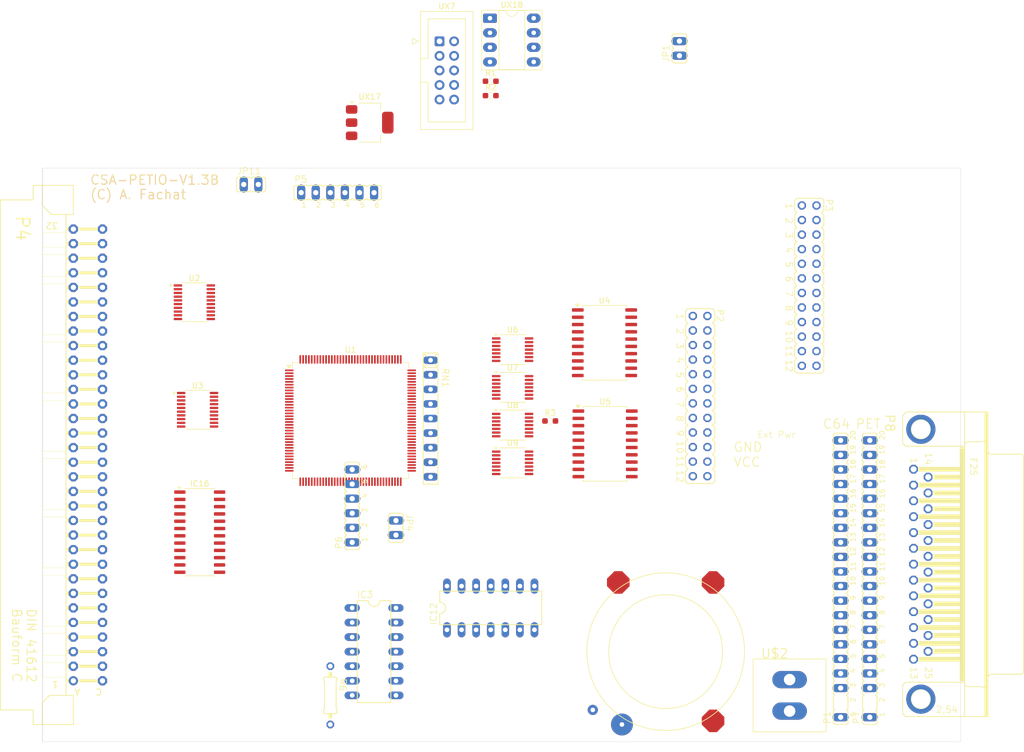
<source format=kicad_pcb>
(kicad_pcb (version 20241229) (generator "pcbnew") (generator_version "9.0")
  (layers (0 "F.Cu" signal) (4 "In1.Cu" signal) (6 "In2.Cu" signal) (8 "In3.Cu" signal) (10 "In4.Cu" signal) (2 "B.Cu" signal) (13 "F.Paste" user) (15 "B.Paste" user) (5 "F.SilkS" user "F.Silkscreen") (7 "B.SilkS" user "B.Silkscreen") (1 "F.Mask" user) (3 "B.Mask" user) (25 "Edge.Cuts" user))
  (net 0 "")
  (net 1 "GND")
  (net 2 "Net-(BEEP1-+)")
  (net 3 "/UPCB2{slash}BEEP")
  (net 4 "Net-(IC3A-O)")
  (net 5 "/DIAG")
  (net 6 "/CWR")
  (net 7 "/C2MTR")
  (net 8 "/C1MTR")
  (net 9 "/VDRIVE")
  (net 10 "Net-(IC12E-O)")
  (net 11 "/GRAPHIC")
  (net 12 "/UPVCC")
  (net 13 "/KI2")
  (net 14 "/DEC4")
  (net 15 "/DEC2")
  (net 16 "/DEC6")
  (net 17 "/DEC7")
  (net 18 "/DEC1")
  (net 19 "/KI7")
  (net 20 "/DEC5")
  (net 21 "/KI5")
  (net 22 "/KI6")
  (net 23 "/KI0")
  (net 24 "/KI3")
  (net 25 "/DEC3")
  (net 27 "/KI1")
  (net 28 "/KI4")
  (net 29 "/DEC0")
  (net 30 "/{slash}SRQIN")
  (net 31 "/EOI")
  (net 32 "/C1RD")
  (net 33 "/UP3")
  (net 34 "/UP4")
  (net 35 "/UPCA1")
  (net 37 "/UP6")
  (net 38 "/UP1")
  (net 39 "/UP7")
  (net 40 "/UP0")
  (net 41 "/UP5")
  (net 42 "/C2RD")
  (net 43 "/UP2")
  (net 74 "/C1SW")
  (net 75 "/C2SW")
  (net 76 "/DEC8")
  (net 77 "/DEC9")
  (net 123 "Net-(IC16-A2)")
  (net 124 "D6")
  (net 125 "D3")
  (net 126 "Net-(IC16-A1)")
  (net 128 "Net-(IC16-A8)")
  (net 129 "Net-(IC16-A4)")
  (net 130 "D7")
  (net 131 "D0")
  (net 132 "Net-(IC16-A7)")
  (net 133 "D2")
  (net 135 "D4")
  (net 136 "Net-(IC16-A3)")
  (net 137 "D1")
  (net 138 "Net-(IC16-A5)")
  (net 139 "Net-(IC16-A6)")
  (net 140 "D5")
  (net 142 "Net-(UX18-{slash}WP)")
  (net 144 "V12")
  (net 145 "Net-(U1C-TMS)")
  (net 146 "Net-(U1C-TDO)")
  (net 149 "Net-(U1C-TDI)")
  (net 150 "Net-(U1C-TCK)")
  (net 152 "SPI_CLK")
  (net 153 "SPI_MISO")
  (net 154 "SPI_SEL")
  (net 155 "SPI_MOSI")
  (net 156 "Net-(P4-A9)")
  (net 157 "Net-(P4-A2)")
  (net 158 "Net-(P4-A1)")
  (net 159 "Net-(P4-A4)")
  (net 160 "Net-(P4-A10)")
  (net 161 "Net-(P4-A6)")
  (net 162 "Net-(P4-R{slash}-W)")
  (net 163 "Net-(P4-A5)")
  (net 164 "Net-(P4-A7)")
  (net 165 "Net-(P4-{slash}IOSEL)")
  (net 166 "Net-(P4-A8)")
  (net 167 "Net-(P4-A0)")
  (net 168 "Net-(P4-A3)")
  (net 169 "Net-(P4-A11)")
  (net 170 "A0")
  (net 171 "A2")
  (net 172 "PHI2")
  (net 173 "{slash}IOSEL")
  (net 174 "R{slash}-W")
  (net 175 "A1")
  (net 176 "A3")
  (net 177 "A6")
  (net 178 "A5")
  (net 179 "A4")
  (net 180 "A11")
  (net 181 "A7")
  (net 182 "A10")
  (net 183 "A8")
  (net 184 "A9")
  (net 185 "Net-(U1C-PROGRAM_B_2)")
  (net 186 "Net-(P4-{slash}RES)")
  (net 187 "{slash}RES")
  (net 188 "{slash}IRQ")
  (net 189 "Net-(U4-~{PE})")
  (net 190 "DIO4")
  (net 191 "Net-(U4-D6)")
  (net 192 "Net-(U4-D2)")
  (net 193 "DIO3")
  (net 194 "Net-(U4-D1)")
  (net 195 "DIO7")
  (net 196 "Net-(U4-D7)")
  (net 197 "DIO8")
  (net 198 "DIO1")
  (net 199 "DIO2")
  (net 200 "Net-(U4-D4)")
  (net 201 "DIO6")
  (net 202 "DIO5")
  (net 203 "Net-(U4-D3)")
  (net 204 "Net-(U4-D8)")
  (net 205 "Net-(U4-D5)")
  (net 206 "EOI")
  (net 208 "IFC")
  (net 209 "NDAC")
  (net 210 "NRFD")
  (net 211 "DAV")
  (net 212 "ATN")
  (net 213 "{slash}SRQIN")
  (net 222 "Net-(U5-NRFD)")
  (net 223 "Net-(U5-SRQ)")
  (net 224 "Net-(U5-ATN)")
  (net 225 "Net-(U5-IFC)")
  (net 226 "Net-(U5-EOI)")
  (net 227 "Net-(U5-DAV)")
  (net 228 "Net-(U5-REN)")
  (net 229 "Net-(U5-NDAC)")
  (net 230 "Net-(U1A-IO_L33P_1)")
  (net 231 "Net-(U1A-IO_L40P_GCLK11_1)")
  (net 232 "Net-(U1A-IO_L32N_1)")
  (net 234 "Net-(U1A-IO_L43N_GCLK4_1)")
  (net 237 "Net-(U1A-IO_L33N_1)")
  (net 241 "Net-(U1A-IO_L43P_GCLK5_1)")
  (net 242 "Net-(U1A-IO_L42P_GCLK7_1)")
  (net 243 "Net-(U1A-IO_L45P_1)")
  (net 246 "Net-(U1A-IO_L32P_1)")
  (net 247 "Net-(U1A-IO_L34N_1)")
  (net 257 "Net-(U1A-IO_L34P_1)")
  (net 258 "Net-(U1A-IO_L40N_GCLK10_1)")
  (net 259 "Net-(U1A-IO_L41N_GCLK8_1)")
  (net 260 "Net-(U1A-IO_L1P_1)")
  (net 261 "Net-(U1A-IO_L41P_GCLK9_IRDY1_1)")
  (net 263 "Net-(U1A-IO_L42N_GCLK6_TRDY1_1)")
  (net 264 "Net-(U1A-IO_L1N_VREF_1)")
  (footprint "csa_petio_v1:C64KEYB" (layer "F.Cu") (at 207.5611 150.7236 90)
    (property "Reference" "P1" (at -1.27 -1.651 90) (layer "F.SilkS") (effects (font (size 1.143 1.143) (thickness 0.127)) (justify left bottom)))
    (property "Value" "C64KEYB")
    (fp_text user "13" (at 30.48 2.667 90) (layer "F.SilkS") (effects (font (size 0.871728 0.871728) (thickness 0.118872)) (justify left bottom)))
    (fp_text user "3" (at 5.08 2.667 90) (layer "F.SilkS") (effects (font (size 0.871728 0.871728) (thickness 0.118872)) (justify left bottom)))
    (fp_text user "19" (at 45.72 2.667 90) (layer "F.SilkS") (effects (font (size 0.871728 0.871728) (thickness 0.118872)) (justify left bottom)))
    (fp_text user "5" (at 10.16 2.667 90) (layer "F.SilkS") (effects (font (size 0.871728 0.871728) (thickness 0.118872)) (justify left bottom)))
    (fp_text user "6" (at 12.7 2.667 90) (layer "F.SilkS") (effects (font (size 0.871728 0.871728) (thickness 0.118872)) (justify left bottom)))
    (fp_text user "15" (at 35.56 2.667 90) (layer "F.SilkS") (effects (font (size 0.871728 0.871728) (thickness 0.118872)) (justify left bottom)))
    (fp_text user "8" (at 17.78 2.667 90) (layer "F.SilkS") (effects (font (size 0.871728 0.871728) (thickness 0.118872)) (justify left bottom)))
    (fp_text user "2" (at 2.54 2.667 90) (layer "F.SilkS") (effects (font (size 0.871728 0.871728) (thickness 0.118872)) (justify left bottom)))
    (fp_text user "16" (at 38.1 2.667 90) (layer "F.SilkS") (effects (font (size 0.871728 0.871728) (thickness 0.118872)) (justify left bottom)))
    (fp_text user "4" (at 7.62 2.667 90) (layer "F.SilkS") (effects (font (size 0.871728 0.871728) (thickness 0.118872)) (justify left bottom)))
    (fp_text user "7" (at 15.24 2.667 90) (layer "F.SilkS") (effects (font (size 0.871728 0.871728) (thickness 0.118872)) (justify left bottom)))
    (fp_text user "11" (at 25.4 2.667 90) (layer "F.SilkS") (effects (font (size 0.871728 0.871728) (thickness 0.118872)) (justify left bottom)))
    (fp_text user "14" (at 33.02 2.667 90) (layer "F.SilkS") (effects (font (size 0.871728 0.871728) (thickness 0.118872)) (justify left bottom)))
    (fp_text user "18" (at 43.18 2.667 90) (layer "F.SilkS") (effects (font (size 0.871728 0.871728) (thickness 0.118872)) (justify left bottom)))
    (fp_text user "12" (at 27.94 2.667 90) (layer "F.SilkS") (effects (font (size 0.871728 0.871728) (thickness 0.118872)) (justify left bottom)))
    (fp_text user "9" (at 20.32 2.667 90) (layer "F.SilkS") (effects (font (size 0.871728 0.871728) (thickness 0.118872)) (justify left bottom)))
    (fp_text user "10" (at 22.86 2.667 90) (layer "F.SilkS") (effects (font (size 0.871728 0.871728) (thickness 0.118872)) (justify left bottom)))
    (fp_text user "1" (at 0 2.667 90) (layer "F.SilkS") (effects (font (size 0.871728 0.871728) (thickness 0.118872)) (justify left bottom)))
    (fp_text user "17" (at 40.64 2.667 90) (layer "F.SilkS") (effects (font (size 0.871728 0.871728) (thickness 0.118872)) (justify left bottom)))
    (fp_text user "20" (at 48.26 2.667 90) (layer "F.SilkS") (effects (font (size 0.871728 0.871728) (thickness 0.118872)) (justify left bottom)))
    (pad "1" thru_hole oval (at 0 0 180) (size 2.8448 1.4224) (drill 0.9144) (layers "*.Cu" "*.Mask") (net 144 "V12"))
    (pad "3" thru_hole oval (at 5.08 0 180) (size 2.8448 1.4224) (drill 0.9144) (layers "*.Cu" "*.Mask"))
    (pad "4" thru_hole oval (at 7.62 0 180) (size 2.8448 1.4224) (drill 0.9144) (layers "*.Cu" "*.Mask") (net 1 "GND"))
    (pad "5" thru_hole oval (at 10.16 0 180) (size 2.8448 1.4224) (drill 0.9144) (layers "*.Cu" "*.Mask") (net 17 "/DEC7"))
    (pad "6" thru_hole oval (at 12.7 0 180) (size 2.8448 1.4224) (drill 0.9144) (layers "*.Cu" "*.Mask") (net 16 "/DEC6"))
    (pad "7" thru_hole oval (at 15.24 0 180) (size 2.8448 1.4224) (drill 0.9144) (layers "*.Cu" "*.Mask") (net 20 "/DEC5"))
    (pad "8" thru_hole oval (at 17.78 0 180) (size 2.8448 1.4224) (drill 0.9144) (layers "*.Cu" "*.Mask") (net 14 "/DEC4"))
    (pad "9" thru_hole oval (at 20.32 0 180) (size 2.8448 1.4224) (drill 0.9144) (layers "*.Cu" "*.Mask") (net 25 "/DEC3"))
    (pad "10" thru_hole oval (at 22.86 0 180) (size 2.8448 1.4224) (drill 0.9144) (layers "*.Cu" "*.Mask") (net 15 "/DEC2"))
    (pad "11" thru_hole oval (at 25.4 0 180) (size 2.8448 1.4224) (drill 0.9144) (layers "*.Cu" "*.Mask") (net 18 "/DEC1"))
    (pad "12" thru_hole oval (at 27.94 0 180) (size 2.8448 1.4224) (drill 0.9144) (layers "*.Cu" "*.Mask") (net 29 "/DEC0"))
    (pad "13" thru_hole oval (at 30.48 0 180) (size 2.8448 1.4224) (drill 0.9144) (layers "*.Cu" "*.Mask") (net 19 "/KI7"))
    (pad "14" thru_hole oval (at 33.02 0 180) (size 2.8448 1.4224) (drill 0.9144) (layers "*.Cu" "*.Mask") (net 22 "/KI6"))
    (pad "15" thru_hole oval (at 35.56 0 180) (size 2.8448 1.4224) (drill 0.9144) (layers "*.Cu" "*.Mask") (net 21 "/KI5"))
    (pad "16" thru_hole oval (at 38.1 0 180) (size 2.8448 1.4224) (drill 0.9144) (layers "*.Cu" "*.Mask") (net 28 "/KI4"))
    (pad "17" thru_hole oval (at 40.64 0 180) (size 2.8448 1.4224) (drill 0.9144) (layers "*.Cu" "*.Mask") (net 24 "/KI3"))
    (pad "18" thru_hole oval (at 43.18 0 180) (size 2.8448 1.4224) (drill 0.9144) (layers "*.Cu" "*.Mask") (net 13 "/KI2"))
    (pad "19" thru_hole oval (at 45.72 0 180) (size 2.8448 1.4224) (drill 0.9144) (layers "*.Cu" "*.Mask") (net 27 "/KI1"))
    (pad "20" thru_hole oval (at 48.26 0 180) (size 2.8448 1.4224) (drill 0.9144) (layers "*.Cu" "*.Mask") (net 23 "/KI0"))
  )
  (footprint "csa_petio_v1:CSABUS" (layer "F.Cu") (at 81.5136 107.5436 180)
    (property "Reference" "P4" (at 17.78 44.45 270) (layer "F.SilkS") (effects (font (size 2.286 2.286) (thickness 0.254)) (justify left bottom)))
    (property "Value" "CSABUS")
    (fp_line (start 12.954 52.5526) (end 12.954 -47.4726) (stroke (width 0.05)) (layer "Edge.Cuts"))
    (fp_text user "C" (at 2.54 -38.1 180) (layer "F.SilkS") (effects (font (size 1.1176 1.1176) (thickness 0.1524)) (justify left bottom)))
    (fp_text user "1" (at 10.16 -36.83 180) (layer "F.SilkS") (effects (font (size 1.1176 1.1176) (thickness 0.1524)) (justify left bottom)))
    (fp_text user "32" (at 10.16 43.18 180) (layer "F.SilkS") (effects (font (size 1.1176 1.1176) (thickness 0.1524)) (justify left bottom)))
    (fp_text user "A" (at 6.35 -38.1 180) (layer "F.SilkS") (effects (font (size 1.1176 1.1176) (thickness 0.1524)) (justify left bottom)))
    (fp_text user "DIN 41612" (at 15.875 -24.13 270) (layer "F.SilkS") (effects (font (size 1.6002 1.6002) (thickness 0.1778)) (justify left bottom)))
    (fp_text user "Bauform C" (at 18.415 -24.13 270) (layer "F.SilkS") (effects (font (size 1.6002 1.6002) (thickness 0.1778)) (justify left bottom)))
    (pad "" np_thru_hole circle (at 10.16 -41.91 180) (size 2.794 2.794) (drill 2.794) (layers "*.Cu" "*.Mask"))
    (pad "" np_thru_hole circle (at 10.16 46.99 180) (size 2.794 2.794) (drill 2.794) (layers "*.Cu" "*.Mask"))
    (pad "A1" thru_hole circle (at 7.62 -36.83 180) (size 1.6002 1.6002) (drill 0.9144) (layers "*.Cu" "*.Mask") (net 144 "V12"))
    (pad "A2" thru_hole roundrect (at 7.62 -34.29 180) (size 1.6002 1.6002) (drill 0.9144) (layers "*.Cu" "*.Mask") (chamfer_ratio 0.2928932188) (chamfer top_left top_right bottom_left bottom_right))
    (pad "A3" thru_hole roundrect (at 7.62 -31.75 180) (size 1.6002 1.6002) (drill 0.9144) (layers "*.Cu" "*.Mask") (chamfer_ratio 0.2928932188) (chamfer top_left top_right bottom_left bottom_right))
    (pad "A4" thru_hole roundrect (at 7.62 -29.21 180) (size 1.6002 1.6002) (drill 0.9144) (layers "*.Cu" "*.Mask") (chamfer_ratio 0.2928932188) (chamfer top_left top_right bottom_left bottom_right))
    (pad "A5" thru_hole roundrect (at 7.62 -26.67 180) (size 1.6002 1.6002) (drill 0.9144) (layers "*.Cu" "*.Mask") (chamfer_ratio 0.2928932188) (chamfer top_left top_right bottom_left bottom_right))
    (pad "A6" thru_hole roundrect (at 7.62 -24.13 180) (size 1.6002 1.6002) (drill 0.9144) (layers "*.Cu" "*.Mask") (chamfer_ratio 0.2928932188) (chamfer top_left top_right bottom_left bottom_right))
    (pad "A7" thru_hole roundrect (at 7.62 -21.59 180) (size 1.6002 1.6002) (drill 0.9144) (layers "*.Cu" "*.Mask") (chamfer_ratio 0.2928932188) (chamfer top_left top_right bottom_left bottom_right) (net 165 "Net-(P4-{slash}IOSEL)"))
    (pad "A8" thru_hole roundrect (at 7.62 -19.05 180) (size 1.6002 1.6002) (drill 0.9144) (layers "*.Cu" "*.Mask") (chamfer_ratio 0.2928932188) (chamfer top_left top_right bottom_left bottom_right))
    (pad "A9" thru_hole roundrect (at 7.62 -16.51 180) (size 1.6002 1.6002) (drill 0.9144) (layers "*.Cu" "*.Mask") (chamfer_ratio 0.2928932188) (chamfer top_left top_right bottom_left bottom_right))
    (pad "A10" thru_hole roundrect (at 7.62 -13.97 180) (size 1.6002 1.6002) (drill 0.9144) (layers "*.Cu" "*.Mask") (chamfer_ratio 0.2928932188) (chamfer top_left top_right bottom_left bottom_right))
    (pad "A11" thru_hole roundrect (at 7.62 -11.43 180) (size 1.6002 1.6002) (drill 0.9144) (layers "*.Cu" "*.Mask") (chamfer_ratio 0.2928932188) (chamfer top_left top_right bottom_left bottom_right))
    (pad "A12" thru_hole roundrect (at 7.62 -8.89 180) (size 1.6002 1.6002) (drill 0.9144) (layers "*.Cu" "*.Mask") (chamfer_ratio 0.2928932188) (chamfer top_left top_right bottom_left bottom_right))
    (pad "A13" thru_hole roundrect (at 7.62 -6.35 180) (size 1.6002 1.6002) (drill 0.9144) (layers "*.Cu" "*.Mask") (chamfer_ratio 0.2928932188) (chamfer top_left top_right bottom_left bottom_right))
    (pad "A14" thru_hole roundrect (at 7.62 -3.81 180) (size 1.6002 1.6002) (drill 0.9144) (layers "*.Cu" "*.Mask") (chamfer_ratio 0.2928932188) (chamfer top_left top_right bottom_left bottom_right))
    (pad "A15" thru_hole roundrect (at 7.62 -1.27 180) (size 1.6002 1.6002) (drill 0.9144) (layers "*.Cu" "*.Mask") (chamfer_ratio 0.2928932188) (chamfer top_left top_right bottom_left bottom_right) (net 128 "Net-(IC16-A8)"))
    (pad "A16" thru_hole roundrect (at 7.62 1.27 180) (size 1.6002 1.6002) (drill 0.9144) (layers "*.Cu" "*.Mask") (chamfer_ratio 0.2928932188) (chamfer top_left top_right bottom_left bottom_right) (net 132 "Net-(IC16-A7)"))
    (pad "A17" thru_hole roundrect (at 7.62 3.81 180) (size 1.6002 1.6002) (drill 0.9144) (layers "*.Cu" "*.Mask") (chamfer_ratio 0.2928932188) (chamfer top_left top_right bottom_left bottom_right) (net 139 "Net-(IC16-A6)"))
    (pad "A18" thru_hole roundrect (at 7.62 6.35 180) (size 1.6002 1.6002) (drill 0.9144) (layers "*.Cu" "*.Mask") (chamfer_ratio 0.2928932188) (chamfer top_left top_right bottom_left bottom_right) (net 138 "Net-(IC16-A5)"))
    (pad "A19" thru_hole roundrect (at 7.62 8.89 180) (size 1.6002 1.6002) (drill 0.9144) (layers "*.Cu" "*.Mask") (chamfer_ratio 0.2928932188) (chamfer top_left top_right bottom_left bottom_right) (net 129 "Net-(IC16-A4)"))
    (pad "A20" thru_hole roundrect (at 7.62 11.43 180) (size 1.6002 1.6002) (drill 0.9144) (layers "*.Cu" "*.Mask") (chamfer_ratio 0.2928932188) (chamfer top_left top_right bottom_left bottom_right) (net 136 "Net-(IC16-A3)"))
    (pad "A21" thru_hole roundrect (at 7.62 13.97 180) (size 1.6002 1.6002) (drill 0.9144) (layers "*.Cu" "*.Mask") (chamfer_ratio 0.2928932188) (chamfer top_left top_right bottom_left bottom_right) (net 123 "Net-(IC16-A2)"))
    (pad "A22" thru_hole roundrect (at 7.62 16.51 180) (size 1.6002 1.6002) (drill 0.9144) (layers "*.Cu" "*.Mask") (chamfer_ratio 0.2928932188) (chamfer top_left top_right bottom_left bottom_right) (net 126 "Net-(IC16-A1)"))
    (pad "A23" thru_hole roundrect (at 7.62 19.05 180) (size 1.6002 1.6002) (drill 0.9144) (layers "*.Cu" "*.Mask") (chamfer_ratio 0.2928932188) (chamfer top_left top_right bottom_left bottom_right))
    (pad "A24" thru_hole roundrect (at 7.62 21.59 180) (size 1.6002 1.6002) (drill 0.9144) (layers "*.Cu" "*.Mask") (chamfer_ratio 0.2928932188) (chamfer top_left top_right bottom_left bottom_right))
    (pad "A25" thru_hole roundrect (at 7.62 24.13 180) (size 1.6002 1.6002) (drill 0.9144) (layers "*.Cu" "*.Mask") (chamfer_ratio 0.2928932188) (chamfer top_left top_right bottom_left bottom_right))
    (pad "A26" thru_hole roundrect (at 7.62 26.67 180) (size 1.6002 1.6002) (drill 0.9144) (layers "*.Cu" "*.Mask") (chamfer_ratio 0.2928932188) (chamfer top_left top_right bottom_left bottom_right))
    (pad "A27" thru_hole roundrect (at 7.62 29.21 180) (size 1.6002 1.6002) (drill 0.9144) (layers "*.Cu" "*.Mask") (chamfer_ratio 0.2928932188) (chamfer top_left top_right bottom_left bottom_right) (net 186 "Net-(P4-{slash}RES)"))
    (pad "A28" thru_hole roundrect (at 7.62 31.75 180) (size 1.6002 1.6002) (drill 0.9144) (layers "*.Cu" "*.Mask") (chamfer_ratio 0.2928932188) (chamfer top_left top_right bottom_left bottom_right) (net 144 "V12"))
    (pad "A29" thru_hole roundrect (at 7.62 34.29 180) (size 1.6002 1.6002) (drill 0.9144) (layers "*.Cu" "*.Mask") (chamfer_ratio 0.2928932188) (chamfer top_left top_right bottom_left bottom_right) (net 144 "V12"))
    (pad "A30" thru_hole roundrect (at 7.62 36.83 180) (size 1.6002 1.6002) (drill 0.9144) (layers "*.Cu" "*.Mask") (chamfer_ratio 0.2928932188) (chamfer top_left top_right bottom_left bottom_right) (net 144 "V12"))
    (pad "A31" thru_hole roundrect (at 7.62 39.37 180) (size 1.6002 1.6002) (drill 0.9144) (layers "*.Cu" "*.Mask") (chamfer_ratio 0.2928932188) (chamfer top_left top_right bottom_left bottom_right) (net 144 "V12"))
    (pad "A32" thru_hole roundrect (at 7.62 41.91 180) (size 1.6002 1.6002) (drill 0.9144) (layers "*.Cu" "*.Mask") (chamfer_ratio 0.2928932188) (chamfer top_left top_right bottom_left bottom_right) (net 144 "V12"))
    (pad "C1" thru_hole roundrect (at 2.54 -36.83 180) (size 1.6002 1.6002) (drill 0.9144) (layers "*.Cu" "*.Mask") (chamfer_ratio 0.2928932188) (chamfer top_left top_right bottom_left bottom_right) (net 144 "V12"))
    (pad "C2" thru_hole roundrect (at 2.54 -34.29 180) (size 1.6002 1.6002) (drill 0.9144) (layers "*.Cu" "*.Mask") (chamfer_ratio 0.2928932188) (chamfer top_left top_right bottom_left bottom_right) (net 144 "V12"))
    (pad "C3" thru_hole roundrect (at 2.54 -31.75 180) (size 1.6002 1.6002) (drill 0.9144) (layers "*.Cu" "*.Mask") (chamfer_ratio 0.2928932188) (chamfer top_left top_right bottom_left bottom_right) (net 144 "V12"))
    (pad "C4" thru_hole roundrect (at 2.54 -29.21 180) (size 1.6002 1.6002) (drill 0.9144) (layers "*.Cu" "*.Mask") (chamfer_ratio 0.2928932188) (chamfer top_left top_right bottom_left bottom_right))
    (pad "C5" thru_hole roundrect (at 2.54 -26.67 180) (size 1.6002 1.6002) (drill 0.9144) (layers "*.Cu" "*.Mask") (chamfer_ratio 0.2928932188) (chamfer top_left top_right bottom_left bottom_right))
    (pad "C6" thru_hole roundrect (at 2.54 -24.13 180) (size 1.6002 1.6002) (drill 0.9144) (layers "*.Cu" "*.Mask") (chamfer_ratio 0.2928932188) (chamfer top_left top_right bottom_left bottom_right))
    (pad "C7" thru_hole roundrect (at 2.54 -21.59 180) (size 1.6002 1.6002) (drill 0.9144) (layers "*.Cu" "*.Mask") (chamfer_ratio 0.2928932188) (chamfer top_left top_right bottom_left bottom_right))
    (pad "C8" thru_hole roundrect (at 2.54 -19.05 180) (size 1.6002 1.6002) (drill 0.9144) (layers "*.Cu" "*.Mask") (chamfer_ratio 0.2928932188) (chamfer top_left top_right bottom_left bottom_right))
    (pad "C9" thru_hole roundrect (at 2.54 -16.51 180) (size 1.6002 1.6002) (drill 0.9144) (layers "*.Cu" "*.Mask") (chamfer_ratio 0.2928932188) (chamfer top_left top_right bottom_left bottom_right))
    (pad "C10" thru_hole roundrect (at 2.54 -13.97 180) (size 1.6002 1.6002) (drill 0.9144) (layers "*.Cu" "*.Mask") (chamfer_ratio 0.2928932188) (chamfer top_left top_right bottom_left bottom_right))
    (pad "C11" thru_hole roundrect (at 2.54 -11.43 180) (size 1.6002 1.6002) (drill 0.9144) (layers "*.Cu" "*.Mask") (chamfer_ratio 0.2928932188) (chamfer top_left top_right bottom_left bottom_right))
    (pad "C12" thru_hole roundrect (at 2.54 -8.89 180) (size 1.6002 1.6002) (drill 0.9144) (layers "*.Cu" "*.Mask") (chamfer_ratio 0.2928932188) (chamfer top_left top_right bottom_left bottom_right) (net 169 "Net-(P4-A11)"))
    (pad "C13" thru_hole roundrect (at 2.54 -6.35 180) (size 1.6002 1.6002) (drill 0.9144) (layers "*.Cu" "*.Mask") (chamfer_ratio 0.2928932188) (chamfer top_left top_right bottom_left bottom_right) (net 160 "Net-(P4-A10)"))
    (pad "C14" thru_hole roundrect (at 2.54 -3.81 180) (size 1.6002 1.6002) (drill 0.9144) (layers "*.Cu" "*.Mask") (chamfer_ratio 0.2928932188) (chamfer top_left top_right bottom_left bottom_right) (net 156 "Net-(P4-A9)"))
    (pad "C15" thru_hole roundrect (at 2.54 -1.27 180) (size 1.6002 1.6002) (drill 0.9144) (layers "*.Cu" "*.Mask") (chamfer_ratio 0.2928932188) (chamfer top_left top_right bottom_left bottom_right) (net 166 "Net-(P4-A8)"))
    (pad "C16" thru_hole roundrect (at 2.54 1.27 180) (size 1.6002 1.6002) (drill 0.9144) (layers "*.Cu" "*.Mask") (chamfer_ratio 0.2928932188) (chamfer top_left top_right bottom_left bottom_right) (net 164 "Net-(P4-A7)"))
    (pad "C17" thru_hole roundrect (at 2.54 3.81 180) (size 1.6002 1.6002) (drill 0.9144) (layers "*.Cu" "*.Mask") (chamfer_ratio 0.2928932188) (chamfer top_left top_right bottom_left bottom_right) (net 161 "Net-(P4-A6)"))
    (pad "C18" thru_hole roundrect (at 2.54 6.35 180) (size 1.6002 1.6002) (drill 0.9144) (layers "*.Cu" "*.Mask") (chamfer_ratio 0.2928932188) (chamfer top_left top_right bottom_left bottom_right) (net 163 "Net-(P4-A5)"))
    (pad "C19" thru_hole roundrect (at 2.54 8.89 180) (size 1.6002 1.6002) (drill 0.9144) (layers "*.Cu" "*.Mask") (chamfer_ratio 0.2928932188) (chamfer top_left top_right bottom_left bottom_right) (net 159 "Net-(P4-A4)"))
    (pad "C20" thru_hole roundrect (at 2.54 11.43 180) (size 1.6002 1.6002) (drill 0.9144) (layers "*.Cu" "*.Mask") (chamfer_ratio 0.2928932188) (chamfer top_left top_right bottom_left bottom_right) (net 168 "Net-(P4-A3)"))
    (pad "C21" thru_hole roundrect (at 2.54 13.97 180) (size 1.6002 1.6002) (drill 0.9144) (layers "*.Cu" "*.Mask") (chamfer_ratio 0.2928932188) (chamfer top_left top_right bottom_left bottom_right) (net 157 "Net-(P4-A2)"))
    (pad "C22" thru_hole roundrect (at 2.54 16.51 180) (size 1.6002 1.6002) (drill 0.9144) (layers "*.Cu" "*.Mask") (chamfer_ratio 0.2928932188) (chamfer top_left top_right bottom_left bottom_right) (net 158 "Net-(P4-A1)"))
    (pad "C23" thru_hole roundrect (at 2.54 19.05 180) (size 1.6002 1.6002) (drill 0.9144) (layers "*.Cu" "*.Mask") (chamfer_ratio 0.2928932188) (chamfer top_left top_right bottom_left bottom_right) (net 167 "Net-(P4-A0)"))
    (pad "C24" thru_hole roundrect (at 2.54 21.59 180) (size 1.6002 1.6002) (drill 0.9144) (layers "*.Cu" "*.Mask") (chamfer_ratio 0.2928932188) (chamfer top_left top_right bottom_left bottom_right))
    (pad "C25" thru_hole roundrect (at 2.54 24.13 180) (size 1.6002 1.6002) (drill 0.9144) (layers "*.Cu" "*.Mask") (chamfer_ratio 0.2928932188) (chamfer top_left top_right bottom_left bottom_right) (net 162 "Net-(P4-R{slash}-W)"))
    (pad "C26" thru_hole roundrect (at 2.54 26.67 180) (size 1.6002 1.6002) (drill 0.9144) (layers "*.Cu" "*.Mask") (chamfer_ratio 0.2928932188) (chamfer top_left top_right bottom_left bottom_right) (net 144 "V12"))
    (pad "C27" thru_hole roundrect (at 2.54 29.21 180) (size 1.6002 1.6002) (drill 0.9144) (layers "*.Cu" "*.Mask") (chamfer_ratio 0.2928932188) (chamfer top_left top_right bottom_left bottom_right))
    (pad "C28" thru_hole roundrect (at 2.54 31.75 180) (size 1.6002 1.6002) (drill 0.9144) (layers "*.Cu" "*.Mask") (chamfer_ratio 0.2928932188) (chamfer top_left top_right bottom_left bottom_right))
    (pad "C29" thru_hole roundrect (at 2.54 34.29 180) (size 1.6002 1.6002) (drill 0.9144) (layers "*.Cu" "*.Mask") (chamfer_ratio 0.2928932188) (chamfer top_left top_right bottom_left bottom_right))
    (pad "C30" thru_hole roundrect (at 2.54 36.83 180) (size 1.6002 1.6002) (drill 0.9144) (layers "*.Cu" "*.Mask") (chamfer_ratio 0.2928932188) (chamfer top_left top_right bottom_left bottom_right))
    (pad "C31" thru_hole roundrect (at 2.54 39.37 180) (size 1.6002 1.6002) (drill 0.9144) (layers "*.Cu" "*.Mask") (chamfer_ratio 0.2928932188) (chamfer top_left top_right bottom_left bottom_right))
    (pad "C32" thru_hole roundrect (at 2.54 41.91 180) (size 1.6002 1.6002) (drill 0.9144) (layers "*.Cu" "*.Mask") (chamfer_ratio 0.2928932188) (chamfer top_left top_right bottom_left bottom_right) (net 144 "V12"))
  )
  (footprint "Resistor_SMD:R_0603_1608Metric_Pad0.98x0.95mm_HandSolder" (layer "F.Cu") (at 156.9688 99.0852)
    (property "Reference" "R3" (at 0 -1.43 0) (layer "F.SilkS"))
    (property "Value" "1k")
    (pad "1" smd roundrect (at -0.9125 0) (size 0.975 0.95) (layers "F.Cu" "F.Mask" "F.Paste") (net 189 "Net-(U4-~{PE})"))
    (pad "2" smd roundrect (at 0.9125 0) (size 0.975 0.95) (layers "F.Cu" "F.Mask" "F.Paste") (net 1 "GND"))
  )
  (footprint "Package_SO:TSSOP-20_4.4x6.5mm_P0.65mm" (layer "F.Cu") (at 94.9803 78.3844)
    (property "Reference" "U2" (at 0 -4.2 0) (layer "F.SilkS"))
    (property "Value" "SN74LVC245APW")
    (pad "1" smd roundrect (at -2.8625 -2.925) (size 1.475 0.4) (layers "F.Cu" "F.Mask" "F.Paste") (net 144 "V12"))
    (pad "2" smd roundrect (at -2.8625 -2.275) (size 1.475 0.4) (layers "F.Cu" "F.Mask" "F.Paste") (net 144 "V12"))
    (pad "3" smd roundrect (at -2.8625 -1.625) (size 1.475 0.4) (layers "F.Cu" "F.Mask" "F.Paste") (net 162 "Net-(P4-R{slash}-W)"))
    (pad "4" smd roundrect (at -2.8625 -0.975) (size 1.475 0.4) (layers "F.Cu" "F.Mask" "F.Paste") (net 165 "Net-(P4-{slash}IOSEL)"))
    (pad "5" smd roundrect (at -2.8625 -0.325) (size 1.475 0.4) (layers "F.Cu" "F.Mask" "F.Paste") (net 186 "Net-(P4-{slash}RES)"))
    (pad "6" smd roundrect (at -2.8625 0.325) (size 1.475 0.4) (layers "F.Cu" "F.Mask" "F.Paste") (net 167 "Net-(P4-A0)"))
    (pad "7" smd roundrect (at -2.8625 0.975) (size 1.475 0.4) (layers "F.Cu" "F.Mask" "F.Paste") (net 158 "Net-(P4-A1)"))
    (pad "8" smd roundrect (at -2.8625 1.625) (size 1.475 0.4) (layers "F.Cu" "F.Mask" "F.Paste") (net 157 "Net-(P4-A2)"))
    (pad "9" smd roundrect (at -2.8625 2.275) (size 1.475 0.4) (layers "F.Cu" "F.Mask" "F.Paste") (net 168 "Net-(P4-A3)"))
    (pad "10" smd roundrect (at -2.8625 2.925) (size 1.475 0.4) (layers "F.Cu" "F.Mask" "F.Paste") (net 144 "V12"))
    (pad "11" smd roundrect (at 2.8625 2.925) (size 1.475 0.4) (layers "F.Cu" "F.Mask" "F.Paste") (net 176 "A3"))
    (pad "12" smd roundrect (at 2.8625 2.275) (size 1.475 0.4) (layers "F.Cu" "F.Mask" "F.Paste") (net 171 "A2"))
    (pad "13" smd roundrect (at 2.8625 1.625) (size 1.475 0.4) (layers "F.Cu" "F.Mask" "F.Paste") (net 175 "A1"))
    (pad "14" smd roundrect (at 2.8625 0.975) (size 1.475 0.4) (layers "F.Cu" "F.Mask" "F.Paste") (net 170 "A0"))
    (pad "15" smd roundrect (at 2.8625 0.325) (size 1.475 0.4) (layers "F.Cu" "F.Mask" "F.Paste") (net 187 "{slash}RES"))
    (pad "16" smd roundrect (at 2.8625 -0.325) (size 1.475 0.4) (layers "F.Cu" "F.Mask" "F.Paste") (net 173 "{slash}IOSEL"))
    (pad "17" smd roundrect (at 2.8625 -0.975) (size 1.475 0.4) (layers "F.Cu" "F.Mask" "F.Paste") (net 174 "R{slash}-W"))
    (pad "18" smd roundrect (at 2.8625 -1.625) (size 1.475 0.4) (layers "F.Cu" "F.Mask" "F.Paste") (net 172 "PHI2"))
    (pad "19" smd roundrect (at 2.8625 -2.275) (size 1.475 0.4) (layers "F.Cu" "F.Mask" "F.Paste") (net 144 "V12"))
    (pad "20" smd roundrect (at 2.8625 -2.925) (size 1.475 0.4) (layers "F.Cu" "F.Mask" "F.Paste") (net 144 "V12"))
  )
  (footprint "Package_SO:SOIC-20W_7.5x12.8mm_P1.27mm" (layer "F.Cu") (at 166.4208 85.4456)
    (property "Reference" "U4" (at 0 -7.35 0) (layer "F.SilkS"))
    (property "Value" "SN75160BDW")
    (pad "1" smd roundrect (at -4.65 -5.715) (size 2.05 0.6) (layers "F.Cu" "F.Mask" "F.Paste") (net 234 "Net-(U1A-IO_L43N_GCLK4_1)"))
    (pad "2" smd roundrect (at -4.65 -4.445) (size 2.05 0.6) (layers "F.Cu" "F.Mask" "F.Paste") (net 198 "DIO1"))
    (pad "3" smd roundrect (at -4.65 -3.175) (size 2.05 0.6) (layers "F.Cu" "F.Mask" "F.Paste") (net 199 "DIO2"))
    (pad "4" smd roundrect (at -4.65 -1.905) (size 2.05 0.6) (layers "F.Cu" "F.Mask" "F.Paste") (net 193 "DIO3"))
    (pad "5" smd roundrect (at -4.65 -0.635) (size 2.05 0.6) (layers "F.Cu" "F.Mask" "F.Paste") (net 190 "DIO4"))
    (pad "6" smd roundrect (at -4.65 0.635) (size 2.05 0.6) (layers "F.Cu" "F.Mask" "F.Paste") (net 202 "DIO5"))
    (pad "7" smd roundrect (at -4.65 1.905) (size 2.05 0.6) (layers "F.Cu" "F.Mask" "F.Paste") (net 201 "DIO6"))
    (pad "8" smd roundrect (at -4.65 3.175) (size 2.05 0.6) (layers "F.Cu" "F.Mask" "F.Paste") (net 195 "DIO7"))
    (pad "9" smd roundrect (at -4.65 4.445) (size 2.05 0.6) (layers "F.Cu" "F.Mask" "F.Paste") (net 197 "DIO8"))
    (pad "10" smd roundrect (at -4.65 5.715) (size 2.05 0.6) (layers "F.Cu" "F.Mask" "F.Paste") (net 144 "V12"))
    (pad "11" smd roundrect (at 4.65 5.715) (size 2.05 0.6) (layers "F.Cu" "F.Mask" "F.Paste") (net 189 "Net-(U4-~{PE})"))
    (pad "12" smd roundrect (at 4.65 4.445) (size 2.05 0.6) (layers "F.Cu" "F.Mask" "F.Paste") (net 204 "Net-(U4-D8)"))
    (pad "13" smd roundrect (at 4.65 3.175) (size 2.05 0.6) (layers "F.Cu" "F.Mask" "F.Paste") (net 196 "Net-(U4-D7)"))
    (pad "14" smd roundrect (at 4.65 1.905) (size 2.05 0.6) (layers "F.Cu" "F.Mask" "F.Paste") (net 191 "Net-(U4-D6)"))
    (pad "15" smd roundrect (at 4.65 0.635) (size 2.05 0.6) (layers "F.Cu" "F.Mask" "F.Paste") (net 205 "Net-(U4-D5)"))
    (pad "16" smd roundrect (at 4.65 -0.635) (size 2.05 0.6) (layers "F.Cu" "F.Mask" "F.Paste") (net 200 "Net-(U4-D4)"))
    (pad "17" smd roundrect (at 4.65 -1.905) (size 2.05 0.6) (layers "F.Cu" "F.Mask" "F.Paste") (net 203 "Net-(U4-D3)"))
    (pad "18" smd roundrect (at 4.65 -3.175) (size 2.05 0.6) (layers "F.Cu" "F.Mask" "F.Paste") (net 192 "Net-(U4-D2)"))
    (pad "19" smd roundrect (at 4.65 -4.445) (size 2.05 0.6) (layers "F.Cu" "F.Mask" "F.Paste") (net 194 "Net-(U4-D1)"))
    (pad "20" smd roundrect (at 4.65 -5.715) (size 2.05 0.6) (layers "F.Cu" "F.Mask" "F.Paste") (net 1 "GND"))
  )
  (footprint "csa_petio_v1:0207_10" (layer "F.Cu") (at 118.6611 146.9136 -90)
    (property "Reference" "R6" (at -3.048 -1.524 270) (layer "F.SilkS") (effects (font (size 1.143 1.143) (thickness 0.127)) (justify left bottom)))
    (property "Value" "10")
    (pad "1" thru_hole roundrect (at -5.08 0 270) (size 1.3208 1.3208) (drill 0.8128) (layers "*.Cu" "*.Mask") (chamfer_ratio 0.2928932188) (chamfer top_left top_right bottom_left bottom_right) (net 4 "Net-(IC3A-O)"))
    (pad "2" thru_hole roundrect (at 5.08 0 270) (size 1.3208 1.3208) (drill 0.8128) (layers "*.Cu" "*.Mask") (chamfer_ratio 0.2928932188) (chamfer top_left top_right bottom_left bottom_right) (net 2 "Net-(BEEP1-+)"))
  )
  (footprint "csa_petio_v1:JP1" (layer "F.Cu") (at 130.0911 117.7036 180)
    (property "Reference" "JP4" (at -1.651 2.54 270) (layer "F.SilkS") (effects (font (size 1.143 1.143) (thickness 0.127)) (justify left bottom)))
    (property "Value" "JP1E")
    (pad "1" thru_hole oval (at 0 1.27 180) (size 2.8448 1.4224) (drill 0.9144) (layers "*.Cu" "*.Mask") (net 7 "/C2MTR"))
    (pad "2" thru_hole oval (at 0 -1.27 180) (size 2.8448 1.4224) (drill 0.9144) (layers "*.Cu" "*.Mask") (net 10 "Net-(IC12E-O)"))
  )
  (footprint "csa_petio_v1:DIL14" (layer "F.Cu") (at 126.2811 139.2936 -90)
    (property "Reference" "IC3" (at -9.271 3.048 0) (layer "F.SilkS") (effects (font (size 1.143 1.143) (thickness 0.127)) (justify left bottom)))
    (property "Value" "7400N")
    (pad "1" thru_hole oval (at -7.62 3.81) (size 2.6416 1.3208) (drill 0.8128) (layers "*.Cu" "*.Mask") (net 3 "/UPCB2{slash}BEEP"))
    (pad "2" thru_hole oval (at -5.08 3.81) (size 2.6416 1.3208) (drill 0.8128) (layers "*.Cu" "*.Mask") (net 5 "/DIAG"))
    (pad "3" thru_hole oval (at -2.54 3.81) (size 2.6416 1.3208) (drill 0.8128) (layers "*.Cu" "*.Mask") (net 4 "Net-(IC3A-O)"))
    (pad "4" thru_hole oval (at 0 3.81) (size 2.6416 1.3208) (drill 0.8128) (layers "*.Cu" "*.Mask"))
    (pad "5" thru_hole oval (at 2.54 3.81) (size 2.6416 1.3208) (drill 0.8128) (layers "*.Cu" "*.Mask"))
    (pad "6" thru_hole oval (at 5.08 3.81) (size 2.6416 1.3208) (drill 0.8128) (layers "*.Cu" "*.Mask"))
    (pad "7" thru_hole oval (at 7.62 3.81) (size 2.6416 1.3208) (drill 0.8128) (layers "*.Cu" "*.Mask"))
    (pad "8" thru_hole oval (at 7.62 -3.81) (size 2.6416 1.3208) (drill 0.8128) (layers "*.Cu" "*.Mask"))
    (pad "9" thru_hole oval (at 5.08 -3.81) (size 2.6416 1.3208) (drill 0.8128) (layers "*.Cu" "*.Mask"))
    (pad "10" thru_hole oval (at 2.54 -3.81) (size 2.6416 1.3208) (drill 0.8128) (layers "*.Cu" "*.Mask"))
    (pad "11" thru_hole oval (at 0 -3.81) (size 2.6416 1.3208) (drill 0.8128) (layers "*.Cu" "*.Mask"))
    (pad "12" thru_hole oval (at -2.54 -3.81) (size 2.6416 1.3208) (drill 0.8128) (layers "*.Cu" "*.Mask"))
    (pad "13" thru_hole oval (at -5.08 -3.81) (size 2.6416 1.3208) (drill 0.8128) (layers "*.Cu" "*.Mask"))
    (pad "14" thru_hole oval (at -7.62 -3.81) (size 2.6416 1.3208) (drill 0.8128) (layers "*.Cu" "*.Mask"))
  )
  (footprint "Package_DIP:DIP-8_W7.62mm_Socket_LongPads" (layer "F.Cu") (at 146.4711 28.8772)
    (property "Reference" "UX18" (at 3.81 -2.33 0) (layer "F.SilkS"))
    (property "Value" "SPIFLASH")
    (pad "1" thru_hole roundrect (at 0 0) (size 2.4 1.6) (drill 0.8) (layers "*.Cu" "*.Mask") (roundrect_rratio 0.15625) (net 154 "SPI_SEL"))
    (pad "2" thru_hole oval (at 0 2.54) (size 2.4 1.6) (drill 0.8) (layers "*.Cu" "*.Mask") (net 153 "SPI_MISO"))
    (pad "3" thru_hole oval (at 0 5.08) (size 2.4 1.6) (drill 0.8) (layers "*.Cu" "*.Mask") (net 142 "Net-(UX18-{slash}WP)"))
    (pad "4" thru_hole oval (at 0 7.62) (size 2.4 1.6) (drill 0.8) (layers "*.Cu" "*.Mask") (net 144 "V12"))
    (pad "5" thru_hole oval (at 7.62 7.62) (size 2.4 1.6) (drill 0.8) (layers "*.Cu" "*.Mask") (net 155 "SPI_MOSI"))
    (pad "6" thru_hole oval (at 7.62 5.08) (size 2.4 1.6) (drill 0.8) (layers "*.Cu" "*.Mask") (net 152 "SPI_CLK"))
    (pad "7" thru_hole oval (at 7.62 2.54) (size 2.4 1.6) (drill 0.8) (layers "*.Cu" "*.Mask") (net 144 "V12"))
    (pad "8" thru_hole oval (at 7.62 0) (size 2.4 1.6) (drill 0.8) (layers "*.Cu" "*.Mask") (net 144 "V12"))
  )
  (footprint "Package_TO_SOT_SMD:SOT-223" (layer "F.Cu") (at 125.5211 47.0722)
    (property "Reference" "UX17" (at 0 -4.5 0) (layer "F.SilkS"))
    (property "Value" "LDI1117")
    (pad "1" smd roundrect (at -3.15 -2.3) (size 2 1.5) (layers "F.Cu" "F.Mask" "F.Paste") (net 144 "V12"))
    (pad "2" smd roundrect (at -3.15 0) (size 2 1.5) (layers "F.Cu" "F.Mask" "F.Paste") (net 144 "V12"))
    (pad "3" smd roundrect (at -3.15 2.3) (size 2 1.5) (layers "F.Cu" "F.Mask" "F.Paste") (net 1 "GND"))
    (pad "4" smd roundrect (at 3.15 0) (size 2 3.8) (layers "F.Cu" "F.Mask" "F.Paste"))
  )
  (footprint "Resistor_SMD:R_0603_1608Metric_Pad0.98x0.95mm_HandSolder" (layer "F.Cu") (at 146.6011 39.8572)
    (property "Reference" "R1" (at 0 -1.43 0) (layer "F.SilkS"))
    (property "Value" "330")
    (pad "1" smd roundrect (at -0.9125 0) (size 0.975 0.95) (layers "F.Cu" "F.Mask" "F.Paste") (net 144 "V12"))
    (pad "2" smd roundrect (at 0.9125 0) (size 0.975 0.95) (layers "F.Cu" "F.Mask" "F.Paste") (net 185 "Net-(U1C-PROGRAM_B_2)"))
  )
  (footprint "Connector_IDC:IDC-Header_2x05_P2.54mm_Vertical" (layer "F.Cu") (at 137.6861 32.8972)
    (property "Reference" "UX7" (at 1.27 -6.1 0) (layer "F.SilkS"))
    (property "Value" "XILINXPROG")
    (pad "1" thru_hole roundrect (at 0 0) (size 1.7 1.7) (drill 1) (layers "*.Cu" "*.Mask") (roundrect_rratio 0.147059) (net 150 "Net-(U1C-TCK)"))
    (pad "2" thru_hole circle (at 2.54 0) (size 1.7 1.7) (drill 1) (layers "*.Cu" "*.Mask"))
    (pad "3" thru_hole circle (at 0 2.54) (size 1.7 1.7) (drill 1) (layers "*.Cu" "*.Mask") (net 146 "Net-(U1C-TDO)"))
    (pad "4" thru_hole circle (at 2.54 2.54) (size 1.7 1.7) (drill 1) (layers "*.Cu" "*.Mask"))
    (pad "5" thru_hole circle (at 0 5.08) (size 1.7 1.7) (drill 1) (layers "*.Cu" "*.Mask") (net 145 "Net-(U1C-TMS)"))
    (pad "6" thru_hole circle (at 2.54 5.08) (size 1.7 1.7) (drill 1) (layers "*.Cu" "*.Mask"))
    (pad "7" thru_hole circle (at 0 7.62) (size 1.7 1.7) (drill 1) (layers "*.Cu" "*.Mask"))
    (pad "8" thru_hole circle (at 2.54 7.62) (size 1.7 1.7) (drill 1) (layers "*.Cu" "*.Mask"))
    (pad "9" thru_hole circle (at 0 10.16) (size 1.7 1.7) (drill 1) (layers "*.Cu" "*.Mask") (net 149 "Net-(U1C-TDI)"))
    (pad "10" thru_hole circle (at 2.54 10.16) (size 1.7 1.7) (drill 1) (layers "*.Cu" "*.Mask"))
  )
  (footprint "csa_petio_v1:TASTER" (layer "F.Cu") (at 198.6711 148.1836)
    (property "Reference" "U$2" (at -5.08 -7.62 0) (layer "F.SilkS") (effects (font (size 1.6002 1.6002) (thickness 0.1778)) (justify left bottom)))
    (property "Value" "TASTER")
    (pad "1" thru_hole oval (at 0 -4.0132) (size 6.0198 3.0099) (drill 2.0066) (layers "*.Cu" "*.Mask") (net 5 "/DIAG"))
    (pad "3" thru_hole oval (at 0 1.4732) (size 6.0198 3.0099) (drill 2.0066) (layers "*.Cu" "*.Mask") (net 144 "V12"))
  )
  (footprint "Package_SO:SOIC-20W_7.5x12.8mm_P1.27mm" (layer "F.Cu") (at 166.5224 103.0732)
    (property "Reference" "U5" (at 0 -7.35 0) (layer "F.SilkS"))
    (property "Value" "SN75161BDW")
    (pad "1" smd roundrect (at -4.65 -5.715) (size 2.05 0.6) (layers "F.Cu" "F.Mask" "F.Paste") (net 234 "Net-(U1A-IO_L43N_GCLK4_1)"))
    (pad "2" smd roundrect (at -4.65 -4.445) (size 2.05 0.6) (layers "F.Cu" "F.Mask" "F.Paste"))
    (pad "3" smd roundrect (at -4.65 -3.175) (size 2.05 0.6) (layers "F.Cu" "F.Mask" "F.Paste") (net 208 "IFC"))
    (pad "4" smd roundrect (at -4.65 -1.905) (size 2.05 0.6) (layers "F.Cu" "F.Mask" "F.Paste") (net 209 "NDAC"))
    (pad "5" smd roundrect (at -4.65 -0.635) (size 2.05 0.6) (layers "F.Cu" "F.Mask" "F.Paste") (net 210 "NRFD"))
    (pad "6" smd roundrect (at -4.65 0.635) (size 2.05 0.6) (layers "F.Cu" "F.Mask" "F.Paste") (net 211 "DAV"))
    (pad "7" smd roundrect (at -4.65 1.905) (size 2.05 0.6) (layers "F.Cu" "F.Mask" "F.Paste") (net 206 "EOI"))
    (pad "8" smd roundrect (at -4.65 3.175) (size 2.05 0.6) (layers "F.Cu" "F.Mask" "F.Paste") (net 212 "ATN"))
    (pad "9" smd roundrect (at -4.65 4.445) (size 2.05 0.6) (layers "F.Cu" "F.Mask" "F.Paste") (net 213 "{slash}SRQIN"))
    (pad "10" smd roundrect (at -4.65 5.715) (size 2.05 0.6) (layers "F.Cu" "F.Mask" "F.Paste") (net 144 "V12"))
    (pad "11" smd roundrect (at 4.65 5.715) (size 2.05 0.6) (layers "F.Cu" "F.Mask" "F.Paste") (net 243 "Net-(U1A-IO_L45P_1)"))
    (pad "12" smd roundrect (at 4.65 4.445) (size 2.05 0.6) (layers "F.Cu" "F.Mask" "F.Paste") (net 223 "Net-(U5-SRQ)"))
    (pad "13" smd roundrect (at 4.65 3.175) (size 2.05 0.6) (layers "F.Cu" "F.Mask" "F.Paste") (net 224 "Net-(U5-ATN)"))
    (pad "14" smd roundrect (at 4.65 1.905) (size 2.05 0.6) (layers "F.Cu" "F.Mask" "F.Paste") (net 226 "Net-(U5-EOI)"))
    (pad "15" smd roundrect (at 4.65 0.635) (size 2.05 0.6) (layers "F.Cu" "F.Mask" "F.Paste") (net 227 "Net-(U5-DAV)"))
    (pad "16" smd roundrect (at 4.65 -0.635) (size 2.05 0.6) (layers "F.Cu" "F.Mask" "F.Paste") (net 222 "Net-(U5-NRFD)"))
    (pad "17" smd roundrect (at 4.65 -1.905) (size 2.05 0.6) (layers "F.Cu" "F.Mask" "F.Paste") (net 229 "Net-(U5-NDAC)"))
    (pad "18" smd roundrect (at 4.65 -3.175) (size 2.05 0.6) (layers "F.Cu" "F.Mask" "F.Paste") (net 225 "Net-(U5-IFC)"))
    (pad "19" smd roundrect (at 4.65 -4.445) (size 2.05 0.6) (layers "F.Cu" "F.Mask" "F.Paste") (net 228 "Net-(U5-REN)"))
    (pad "20" smd roundrect (at 4.65 -5.715) (size 2.05 0.6) (layers "F.Cu" "F.Mask" "F.Paste") (net 1 "GND"))
  )
  (footprint "Package_SO:TSSOP-14_4.4x5mm_P0.65mm" (layer "F.Cu") (at 150.4188 93.2252)
    (property "Reference" "U7" (at 0 -3.45 0) (layer "F.SilkS"))
    (property "Value" "LSF0204Q")
    (pad "1" smd roundrect (at -2.8625 -1.95) (size 1.475 0.4) (layers "F.Cu" "F.Mask" "F.Paste"))
    (pad "2" smd roundrect (at -2.8625 -1.3) (size 1.475 0.4) (layers "F.Cu" "F.Mask" "F.Paste") (net 232 "Net-(U1A-IO_L32N_1)"))
    (pad "3" smd roundrect (at -2.8625 -0.65) (size 1.475 0.4) (layers "F.Cu" "F.Mask" "F.Paste") (net 230 "Net-(U1A-IO_L33P_1)"))
    (pad "4" smd roundrect (at -2.8625 0) (size 1.475 0.4) (layers "F.Cu" "F.Mask" "F.Paste") (net 237 "Net-(U1A-IO_L33N_1)"))
    (pad "5" smd roundrect (at -2.8625 0.65) (size 1.475 0.4) (layers "F.Cu" "F.Mask" "F.Paste") (net 257 "Net-(U1A-IO_L34P_1)"))
    (pad "6" smd roundrect (at -2.8625 1.3) (size 1.475 0.4) (layers "F.Cu" "F.Mask" "F.Paste"))
    (pad "7" smd roundrect (at -2.8625 1.95) (size 1.475 0.4) (layers "F.Cu" "F.Mask" "F.Paste") (net 144 "V12"))
    (pad "8" smd roundrect (at 2.8625 1.95) (size 1.475 0.4) (layers "F.Cu" "F.Mask" "F.Paste") (net 187 "{slash}RES"))
    (pad "9" smd roundrect (at 2.8625 1.3) (size 1.475 0.4) (layers "F.Cu" "F.Mask" "F.Paste"))
    (pad "10" smd roundrect (at 2.8625 0.65) (size 1.475 0.4) (layers "F.Cu" "F.Mask" "F.Paste") (net 204 "Net-(U4-D8)"))
    (pad "11" smd roundrect (at 2.8625 0) (size 1.475 0.4) (layers "F.Cu" "F.Mask" "F.Paste") (net 196 "Net-(U4-D7)"))
    (pad "12" smd roundrect (at 2.8625 -0.65) (size 1.475 0.4) (layers "F.Cu" "F.Mask" "F.Paste") (net 191 "Net-(U4-D6)"))
    (pad "13" smd roundrect (at 2.8625 -1.3) (size 1.475 0.4) (layers "F.Cu" "F.Mask" "F.Paste") (net 205 "Net-(U4-D5)"))
    (pad "14" smd roundrect (at 2.8625 -1.95) (size 1.475 0.4) (layers "F.Cu" "F.Mask" "F.Paste"))
  )
  (footprint "Package_SO:TSSOP-14_4.4x5mm_P0.65mm" (layer "F.Cu") (at 150.4188 106.3752)
    (property "Reference" "U9" (at 0 -3.45 0) (layer "F.SilkS"))
    (property "Value" "LSF0204Q")
    (pad "1" smd roundrect (at -2.8625 -1.95) (size 1.475 0.4) (layers "F.Cu" "F.Mask" "F.Paste"))
    (pad "2" smd roundrect (at -2.8625 -1.3) (size 1.475 0.4) (layers "F.Cu" "F.Mask" "F.Paste") (net 259 "Net-(U1A-IO_L41N_GCLK8_1)"))
    (pad "3" smd roundrect (at -2.8625 -0.65) (size 1.475 0.4) (layers "F.Cu" "F.Mask" "F.Paste") (net 242 "Net-(U1A-IO_L42P_GCLK7_1)"))
    (pad "4" smd roundrect (at -2.8625 0) (size 1.475 0.4) (layers "F.Cu" "F.Mask" "F.Paste") (net 263 "Net-(U1A-IO_L42N_GCLK6_TRDY1_1)"))
    (pad "5" smd roundrect (at -2.8625 0.65) (size 1.475 0.4) (layers "F.Cu" "F.Mask" "F.Paste") (net 241 "Net-(U1A-IO_L43P_GCLK5_1)"))
    (pad "6" smd roundrect (at -2.8625 1.3) (size 1.475 0.4) (layers "F.Cu" "F.Mask" "F.Paste"))
    (pad "7" smd roundrect (at -2.8625 1.95) (size 1.475 0.4) (layers "F.Cu" "F.Mask" "F.Paste") (net 144 "V12"))
    (pad "8" smd roundrect (at 2.8625 1.95) (size 1.475 0.4) (layers "F.Cu" "F.Mask" "F.Paste") (net 187 "{slash}RES"))
    (pad "9" smd roundrect (at 2.8625 1.3) (size 1.475 0.4) (layers "F.Cu" "F.Mask" "F.Paste"))
    (pad "10" smd roundrect (at 2.8625 0.65) (size 1.475 0.4) (layers "F.Cu" "F.Mask" "F.Paste") (net 223 "Net-(U5-SRQ)"))
    (pad "11" smd roundrect (at 2.8625 0) (size 1.475 0.4) (layers "F.Cu" "F.Mask" "F.Paste") (net 224 "Net-(U5-ATN)"))
    (pad "12" smd roundrect (at 2.8625 -0.65) (size 1.475 0.4) (layers "F.Cu" "F.Mask" "F.Paste") (net 226 "Net-(U5-EOI)"))
    (pad "13" smd roundrect (at 2.8625 -1.3) (size 1.475 0.4) (layers "F.Cu" "F.Mask" "F.Paste") (net 227 "Net-(U5-DAV)"))
    (pad "14" smd roundrect (at 2.8625 -1.95) (size 1.475 0.4) (layers "F.Cu" "F.Mask" "F.Paste"))
  )
  (footprint "Package_QFP:TQFP-144_20x20mm_P0.5mm" (layer "F.Cu") (at 122.174 99.0092)
    (property "Reference" "U1" (at 0 -12.35 0) (layer "F.SilkS"))
    (property "Value" "XC6SLX9-TQG144")
    (pad "1" smd roundrect (at -10.6625 -8.75) (size 1.475 0.3) (layers "F.Cu" "F.Mask" "F.Paste") (net 172 "PHI2"))
    (pad "2" smd roundrect (at -10.6625 -8.25) (size 1.475 0.3) (layers "F.Cu" "F.Mask" "F.Paste") (net 174 "R{slash}-W"))
    (pad "3" smd roundrect (at -10.6625 -7.75) (size 1.475 0.3) (layers "F.Cu" "F.Mask" "F.Paste") (net 144 "V12"))
    (pad "4" smd roundrect (at -10.6625 -7.25) (size 1.475 0.3) (layers "F.Cu" "F.Mask" "F.Paste") (net 144 "V12"))
    (pad "5" smd roundrect (at -10.6625 -6.75) (size 1.475 0.3) (layers "F.Cu" "F.Mask" "F.Paste") (net 173 "{slash}IOSEL"))
    (pad "6" smd roundrect (at -10.6625 -6.25) (size 1.475 0.3) (layers "F.Cu" "F.Mask" "F.Paste") (net 187 "{slash}RES"))
    (pad "7" smd roundrect (at -10.6625 -5.75) (size 1.475 0.3) (layers "F.Cu" "F.Mask" "F.Paste") (net 170 "A0"))
    (pad "8" smd roundrect (at -10.6625 -5.25) (size 1.475 0.3) (layers "F.Cu" "F.Mask" "F.Paste") (net 175 "A1"))
    (pad "9" smd roundrect (at -10.6625 -4.75) (size 1.475 0.3) (layers "F.Cu" "F.Mask" "F.Paste") (net 171 "A2"))
    (pad "10" smd roundrect (at -10.6625 -4.25) (size 1.475 0.3) (layers "F.Cu" "F.Mask" "F.Paste") (net 176 "A3"))
    (pad "11" smd roundrect (at -10.6625 -3.75) (size 1.475 0.3) (layers "F.Cu" "F.Mask" "F.Paste") (net 179 "A4"))
    (pad "12" smd roundrect (at -10.6625 -3.25) (size 1.475 0.3) (layers "F.Cu" "F.Mask" "F.Paste") (net 178 "A5"))
    (pad "13" smd roundrect (at -10.6625 -2.75) (size 1.475 0.3) (layers "F.Cu" "F.Mask" "F.Paste") (net 144 "V12"))
    (pad "14" smd roundrect (at -10.6625 -2.25) (size 1.475 0.3) (layers "F.Cu" "F.Mask" "F.Paste") (net 177 "A6"))
    (pad "15" smd roundrect (at -10.6625 -1.75) (size 1.475 0.3) (layers "F.Cu" "F.Mask" "F.Paste") (net 181 "A7"))
    (pad "16" smd roundrect (at -10.6625 -1.25) (size 1.475 0.3) (layers "F.Cu" "F.Mask" "F.Paste") (net 183 "A8"))
    (pad "17" smd roundrect (at -10.6625 -0.75) (size 1.475 0.3) (layers "F.Cu" "F.Mask" "F.Paste") (net 184 "A9"))
    (pad "18" smd roundrect (at -10.6625 -0.25) (size 1.475 0.3) (layers "F.Cu" "F.Mask" "F.Paste") (net 144 "V12"))
    (pad "19" smd roundrect (at -10.6625 0.25) (size 1.475 0.3) (layers "F.Cu" "F.Mask" "F.Paste") (net 144 "V12"))
    (pad "20" smd roundrect (at -10.6625 0.75) (size 1.475 0.3) (layers "F.Cu" "F.Mask" "F.Paste") (net 144 "V12"))
    (pad "21" smd roundrect (at -10.6625 1.25) (size 1.475 0.3) (layers "F.Cu" "F.Mask" "F.Paste") (net 182 "A10"))
    (pad "22" smd roundrect (at -10.6625 1.75) (size 1.475 0.3) (layers "F.Cu" "F.Mask" "F.Paste") (net 180 "A11"))
    (pad "23" smd roundrect (at -10.6625 2.25) (size 1.475 0.3) (layers "F.Cu" "F.Mask" "F.Paste") (net 188 "{slash}IRQ"))
    (pad "24" smd roundrect (at -10.6625 2.75) (size 1.475 0.3) (layers "F.Cu" "F.Mask" "F.Paste") (net 131 "D0"))
    (pad "25" smd roundrect (at -10.6625 3.25) (size 1.475 0.3) (layers "F.Cu" "F.Mask" "F.Paste") (net 144 "V12"))
    (pad "26" smd roundrect (at -10.6625 3.75) (size 1.475 0.3) (layers "F.Cu" "F.Mask" "F.Paste") (net 137 "D1"))
    (pad "27" smd roundrect (at -10.6625 4.25) (size 1.475 0.3) (layers "F.Cu" "F.Mask" "F.Paste") (net 133 "D2"))
    (pad "28" smd roundrect (at -10.6625 4.75) (size 1.475 0.3) (layers "F.Cu" "F.Mask" "F.Paste") (net 144 "V12"))
    (pad "29" smd roundrect (at -10.6625 5.25) (size 1.475 0.3) (layers "F.Cu" "F.Mask" "F.Paste") (net 125 "D3"))
    (pad "30" smd roundrect (at -10.6625 5.75) (size 1.475 0.3) (layers "F.Cu" "F.Mask" "F.Paste") (net 135 "D4"))
    (pad "31" smd roundrect (at -10.6625 6.25) (size 1.475 0.3) (layers "F.Cu" "F.Mask" "F.Paste") (net 144 "V12"))
    (pad "32" smd roundrect (at -10.6625 6.75) (size 1.475 0.3) (layers "F.Cu" "F.Mask" "F.Paste") (net 140 "D5"))
    (pad "33" smd roundrect (at -10.6625 7.25) (size 1.475 0.3) (layers "F.Cu" "F.Mask" "F.Paste") (net 124 "D6"))
    (pad "34" smd roundrect (at -10.6625 7.75) (size 1.475 0.3) (layers "F.Cu" "F.Mask" "F.Paste") (net 130 "D7"))
    (pad "35" smd roundrect (at -10.6625 8.25) (size 1.475 0.3) (layers "F.Cu" "F.Mask" "F.Paste"))
    (pad "36" smd roundrect (at -10.6625 8.75) (size 1.475 0.3) (layers "F.Cu" "F.Mask" "F.Paste") (net 144 "V12"))
    (pad "37" smd roundrect (at -8.75 10.6625) (size 0.3 1.475) (layers "F.Cu" "F.Mask" "F.Paste") (net 185 "Net-(U1C-PROGRAM_B_2)"))
    (pad "38" smd roundrect (at -8.25 10.6625) (size 0.3 1.475) (layers "F.Cu" "F.Mask" "F.Paste") (net 154 "SPI_SEL"))
    (pad "39" smd roundrect (at -7.75 10.6625) (size 0.3 1.475) (layers "F.Cu" "F.Mask" "F.Paste"))
    (pad "40" smd roundrect (at -7.25 10.6625) (size 0.3 1.475) (layers "F.Cu" "F.Mask" "F.Paste"))
    (pad "41" smd roundrect (at -6.75 10.6625) (size 0.3 1.475) (layers "F.Cu" "F.Mask" "F.Paste"))
    (pad "42" smd roundrect (at -6.25 10.6625) (size 0.3 1.475) (layers "F.Cu" "F.Mask" "F.Paste") (net 144 "V12"))
    (pad "43" smd roundrect (at -5.75 10.6625) (size 0.3 1.475) (layers "F.Cu" "F.Mask" "F.Paste"))
    (pad "44" smd roundrect (at -5.25 10.6625) (size 0.3 1.475) (layers "F.Cu" "F.Mask" "F.Paste"))
    (pad "45" smd roundrect (at -4.75 10.6625) (size 0.3 1.475) (layers "F.Cu" "F.Mask" "F.Paste"))
    (pad "46" smd roundrect (at -4.25 10.6625) (size 0.3 1.475) (layers "F.Cu" "F.Mask" "F.Paste"))
    (pad "47" smd roundrect (at -3.75 10.6625) (size 0.3 1.475) (layers "F.Cu" "F.Mask" "F.Paste"))
    (pad "48" smd roundrect (at -3.25 10.6625) (size 0.3 1.475) (layers "F.Cu" "F.Mask" "F.Paste"))
    (pad "49" smd roundrect (at -2.75 10.6625) (size 0.3 1.475) (layers "F.Cu" "F.Mask" "F.Paste") (net 144 "V12"))
    (pad "50" smd roundrect (at -2.25 10.6625) (size 0.3 1.475) (layers "F.Cu" "F.Mask" "F.Paste"))
    (pad "51" smd roundrect (at -1.75 10.6625) (size 0.3 1.475) (layers "F.Cu" "F.Mask" "F.Paste"))
    (pad "52" smd roundrect (at -1.25 10.6625) (size 0.3 1.475) (layers "F.Cu" "F.Mask" "F.Paste") (net 144 "V12"))
    (pad "53" smd roundrect (at -0.75 10.6625) (size 0.3 1.475) (layers "F.Cu" "F.Mask" "F.Paste") (net 144 "V12"))
    (pad "54" smd roundrect (at -0.25 10.6625) (size 0.3 1.475) (layers "F.Cu" "F.Mask" "F.Paste") (net 144 "V12"))
    (pad "55" smd roundrect (at 0.25 10.6625) (size 0.3 1.475) (layers "F.Cu" "F.Mask" "F.Paste"))
    (pad "56" smd roundrect (at 0.75 10.6625) (size 0.3 1.475) (layers "F.Cu" "F.Mask" "F.Paste"))
    (pad "57" smd roundrect (at 1.25 10.6625) (size 0.3 1.475) (layers "F.Cu" "F.Mask" "F.Paste"))
    (pad "58" smd roundrect (at 1.75 10.6625) (size 0.3 1.475) (layers "F.Cu" "F.Mask" "F.Paste"))
    (pad "59" smd roundrect (at 2.25 10.6625) (size 0.3 1.475) (layers "F.Cu" "F.Mask" "F.Paste"))
    (pad "60" smd roundrect (at 2.75 10.6625) (size 0.3 1.475) (layers "F.Cu" "F.Mask" "F.Paste"))
    (pad "61" smd roundrect (at 3.25 10.6625) (size 0.3 1.475) (layers "F.Cu" "F.Mask" "F.Paste"))
    (pad "62" smd roundrect (at 3.75 10.6625) (size 0.3 1.475) (layers "F.Cu" "F.Mask" "F.Paste"))
    (pad "63" smd roundrect (at 4.25 10.6625) (size 0.3 1.475) (layers "F.Cu" "F.Mask" "F.Paste") (net 144 "V12"))
    (pad "64" smd roundrect (at 4.75 10.6625) (size 0.3 1.475) (layers "F.Cu" "F.Mask" "F.Paste") (net 155 "SPI_MOSI"))
    (pad "65" smd roundrect (at 5.25 10.6625) (size 0.3 1.475) (layers "F.Cu" "F.Mask" "F.Paste") (net 153 "SPI_MISO"))
    (pad "66" smd roundrect (at 5.75 10.6625) (size 0.3 1.475) (layers "F.Cu" "F.Mask" "F.Paste"))
    (pad "67" smd roundrect (at 6.25 10.6625) (size 0.3 1.475) (layers "F.Cu" "F.Mask" "F.Paste"))
    (pad "68" smd roundrect (at 6.75 10.6625) (size 0.3 1.475) (layers "F.Cu" "F.Mask" "F.Paste") (net 144 "V12"))
    (pad "69" smd roundrect (at 7.25 10.6625) (size 0.3 1.475) (layers "F.Cu" "F.Mask" "F.Paste"))
    (pad "70" smd roundrect (at 7.75 10.6625) (size 0.3 1.475) (layers "F.Cu" "F.Mask" "F.Paste") (net 152 "SPI_CLK"))
    (pad "71" smd roundrect (at 8.25 10.6625) (size 0.3 1.475) (layers "F.Cu" "F.Mask" "F.Paste"))
    (pad "72" smd roundrect (at 8.75 10.6625) (size 0.3 1.475) (layers "F.Cu" "F.Mask" "F.Paste"))
    (pad "73" smd roundrect (at 10.6625 8.75) (size 1.475 0.3) (layers "F.Cu" "F.Mask" "F.Paste"))
    (pad "74" smd roundrect (at 10.6625 8.25) (size 1.475 0.3) (layers "F.Cu" "F.Mask" "F.Paste"))
    (pad "75" smd roundrect (at 10.6625 7.75) (size 1.475 0.3) (layers "F.Cu" "F.Mask" "F.Paste"))
    (pad "76" smd roundrect (at 10.6625 7.25) (size 1.475 0.3) (layers "F.Cu" "F.Mask" "F.Paste"))
    (pad "77" smd roundrect (at 10.6625 6.75) (size 1.475 0.3) (layers "F.Cu" "F.Mask" "F.Paste") (net 144 "V12"))
    (pad "78" smd roundrect (at 10.6625 6.25) (size 1.475 0.3) (layers "F.Cu" "F.Mask" "F.Paste"))
    (pad "79" smd roundrect (at 10.6625 5.75) (size 1.475 0.3) (layers "F.Cu" "F.Mask" "F.Paste"))
    (pad "80" smd roundrect (at 10.6625 5.25) (size 1.475 0.3) (layers "F.Cu" "F.Mask" "F.Paste"))
    (pad "81" smd roundrect (at 10.6625 4.75) (size 1.475 0.3) (layers "F.Cu" "F.Mask" "F.Paste"))
    (pad "82" smd roundrect (at 10.6625 4.25) (size 1.475 0.3) (layers "F.Cu" "F.Mask" "F.Paste"))
    (pad "83" smd roundrect (at 10.6625 3.75) (size 1.475 0.3) (layers "F.Cu" "F.Mask" "F.Paste") (net 243 "Net-(U1A-IO_L45P_1)"))
    (pad "84" smd roundrect (at 10.6625 3.25) (size 1.475 0.3) (layers "F.Cu" "F.Mask" "F.Paste") (net 234 "Net-(U1A-IO_L43N_GCLK4_1)"))
    (pad "85" smd roundrect (at 10.6625 2.75) (size 1.475 0.3) (layers "F.Cu" "F.Mask" "F.Paste") (net 241 "Net-(U1A-IO_L43P_GCLK5_1)"))
    (pad "86" smd roundrect (at 10.6625 2.25) (size 1.475 0.3) (layers "F.Cu" "F.Mask" "F.Paste"))
    (pad "87" smd roundrect (at 10.6625 1.75) (size 1.475 0.3) (layers "F.Cu" "F.Mask" "F.Paste") (net 263 "Net-(U1A-IO_L42N_GCLK6_TRDY1_1)"))
    (pad "88" smd roundrect (at 10.6625 1.25) (size 1.475 0.3) (layers "F.Cu" "F.Mask" "F.Paste") (net 242 "Net-(U1A-IO_L42P_GCLK7_1)"))
    (pad "89" smd roundrect (at 10.6625 0.75) (size 1.475 0.3) (layers "F.Cu" "F.Mask" "F.Paste") (net 144 "V12"))
    (pad "90" smd roundrect (at 10.6625 0.25) (size 1.475 0.3) (layers "F.Cu" "F.Mask" "F.Paste") (net 144 "V12"))
    (pad "91" smd roundrect (at 10.6625 -0.25) (size 1.475 0.3) (layers "F.Cu" "F.Mask" "F.Paste") (net 144 "V12"))
    (pad "92" smd roundrect (at 10.6625 -0.75) (size 1.475 0.3) (layers "F.Cu" "F.Mask" "F.Paste") (net 259 "Net-(U1A-IO_L41N_GCLK8_1)"))
    (pad "93" smd roundrect (at 10.6625 -1.25) (size 1.475 0.3) (layers "F.Cu" "F.Mask" "F.Paste") (net 261 "Net-(U1A-IO_L41P_GCLK9_IRDY1_1)"))
    (pad "94" smd roundrect (at 10.6625 -1.75) (size 1.475 0.3) (layers "F.Cu" "F.Mask" "F.Paste") (net 258 "Net-(U1A-IO_L40N_GCLK10_1)"))
    (pad "95" smd roundrect (at 10.6625 -2.25) (size 1.475 0.3) (layers "F.Cu" "F.Mask" "F.Paste") (net 231 "Net-(U1A-IO_L40P_GCLK11_1)"))
    (pad "96" smd roundrect (at 10.6625 -2.75) (size 1.475 0.3) (layers "F.Cu" "F.Mask" "F.Paste") (net 144 "V12"))
    (pad "97" smd roundrect (at 10.6625 -3.25) (size 1.475 0.3) (layers "F.Cu" "F.Mask" "F.Paste") (net 247 "Net-(U1A-IO_L34N_1)"))
    (pad "98" smd roundrect (at 10.6625 -3.75) (size 1.475 0.3) (layers "F.Cu" "F.Mask" "F.Paste") (net 257 "Net-(U1A-IO_L34P_1)"))
    (pad "99" smd roundrect (at 10.6625 -4.25) (size 1.475 0.3) (layers "F.Cu" "F.Mask" "F.Paste") (net 237 "Net-(U1A-IO_L33N_1)"))
    (pad "100" smd roundrect (at 10.6625 -4.75) (size 1.475 0.3) (layers "F.Cu" "F.Mask" "F.Paste") (net 230 "Net-(U1A-IO_L33P_1)"))
    (pad "101" smd roundrect (at 10.6625 -5.25) (size 1.475 0.3) (layers "F.Cu" "F.Mask" "F.Paste") (net 232 "Net-(U1A-IO_L32N_1)"))
    (pad "102" smd roundrect (at 10.6625 -5.75) (size 1.475 0.3) (layers "F.Cu" "F.Mask" "F.Paste") (net 246 "Net-(U1A-IO_L32P_1)"))
    (pad "103" smd roundrect (at 10.6625 -6.25) (size 1.475 0.3) (layers "F.Cu" "F.Mask" "F.Paste"))
    (pad "104" smd roundrect (at 10.6625 -6.75) (size 1.475 0.3) (layers "F.Cu" "F.Mask" "F.Paste") (net 264 "Net-(U1A-IO_L1N_VREF_1)"))
    (pad "105" smd roundrect (at 10.6625 -7.25) (size 1.475 0.3) (layers "F.Cu" "F.Mask" "F.Paste") (net 260 "Net-(U1A-IO_L1P_1)"))
    (pad "106" smd roundrect (at 10.6625 -7.75) (size 1.475 0.3) (layers "F.Cu" "F.Mask" "F.Paste") (net 146 "Net-(U1C-TDO)"))
    (pad "107" smd roundrect (at 10.6625 -8.25) (size 1.475 0.3) (layers "F.Cu" "F.Mask" "F.Paste") (net 145 "Net-(U1C-TMS)"))
    (pad "108" smd roundrect (at 10.6625 -8.75) (size 1.475 0.3) (layers "F.Cu" "F.Mask" "F.Paste") (net 144 "V12"))
    (pad "109" smd roundrect (at 8.75 -10.6625) (size 0.3 1.475) (layers "F.Cu" "F.Mask" "F.Paste") (net 150 "Net-(U1C-TCK)"))
    (pad "110" smd roundrect (at 8.25 -10.6625) (size 0.3 1.475) (layers "F.Cu" "F.Mask" "F.Paste") (net 149 "Net-(U1C-TDI)"))
    (pad "111" smd roundrect (at 7.75 -10.6625) (size 0.3 1.475) (layers "F.Cu" "F.Mask" "F.Paste"))
    (pad "112" smd roundrect (at 7.25 -10.6625) (size 0.3 1.475) (layers "F.Cu" "F.Mask" "F.Paste"))
    (pad "113" smd roundrect (at 6.75 -10.6625) (size 0.3 1.475) (layers "F.Cu" "F.Mask" "F.Paste") (net 144 "V12"))
    (pad "114" smd roundrect (at 6.25 -10.6625) (size 0.3 1.475) (layers "F.Cu" "F.Mask" "F.Paste"))
    (pad "115" smd roundrect (at 5.75 -10.6625) (size 0.3 1.475) (layers "F.Cu" "F.Mask" "F.Paste"))
    (pad "116" smd roundrect (at 5.25 -10.6625) (size 0.3 1.475) (layers "F.Cu" "F.Mask" "F.Paste"))
    (pad "117" smd roundrect (at 4.75 -10.6625) (size 0.3 1.475) (layers "F.Cu" "F.Mask" "F.Paste"))
    (pad "118" smd roundrect (at 4.25 -10.6625) (size 0.3 1.475) (layers "F.Cu" "F.Mask" "F.Paste"))
    (pad "119" smd roundrect (at 3.75 -10.6625) (size 0.3 1.475) (layers "F.Cu" "F.Mask" "F.Paste"))
    (pad "120" smd roundrect (at 3.25 -10.6625) (size 0.3 1.475) (layers "F.Cu" "F.Mask" "F.Paste"))
    (pad "121" smd roundrect (at 2.75 -10.6625) (size 0.3 1.475) (layers "F.Cu" "F.Mask" "F.Paste"))
    (pad "122" smd roundrect (at 2.25 -10.6625) (size 0.3 1.475) (layers "F.Cu" "F.Mask" "F.Paste"))
    (pad "123" smd roundrect (at 1.75 -10.6625) (size 0.3 1.475) (layers "F.Cu" "F.Mask" "F.Paste"))
    (pad "124" smd roundrect (at 1.25 -10.6625) (size 0.3 1.475) (layers "F.Cu" "F.Mask" "F.Paste"))
    (pad "125" smd roundrect (at 0.75 -10.6625) (size 0.3 1.475) (layers "F.Cu" "F.Mask" "F.Paste"))
    (pad "126" smd roundrect (at 0.25 -10.6625) (size 0.3 1.475) (layers "F.Cu" "F.Mask" "F.Paste"))
    (pad "127" smd roundrect (at -0.25 -10.6625) (size 0.3 1.475) (layers "F.Cu" "F.Mask" "F.Paste"))
    (pad "128" smd roundrect (at -0.75 -10.6625) (size 0.3 1.475) (layers "F.Cu" "F.Mask" "F.Paste") (net 144 "V12"))
    (pad "129" smd roundrect (at -1.25 -10.6625) (size 0.3 1.475) (layers "F.Cu" "F.Mask" "F.Paste") (net 144 "V12"))
    (pad "130" smd roundrect (at -1.75 -10.6625) (size 0.3 1.475) (layers "F.Cu" "F.Mask" "F.Paste") (net 144 "V12"))
    (pad "131" smd roundrect (at -2.25 -10.6625) (size 0.3 1.475) (layers "F.Cu" "F.Mask" "F.Paste"))
    (pad "132" smd roundrect (at -2.75 -10.6625) (size 0.3 1.475) (layers "F.Cu" "F.Mask" "F.Paste"))
    (pad "133" smd roundrect (at -3.25 -10.6625) (size 0.3 1.475) (layers "F.Cu" "F.Mask" "F.Paste"))
    (pad "134" smd roundrect (at -3.75 -10.6625) (size 0.3 1.475) (layers "F.Cu" "F.Mask" "F.Paste"))
    (pad "135" smd roundrect (at -4.25 -10.6625) (size 0.3 1.475) (layers "F.Cu" "F.Mask" "F.Paste"))
    (pad "136" smd roundrect (at -4.75 -10.6625) (size 0.3 1.475) (layers "F.Cu" "F.Mask" "F.Paste") (net 144 "V12"))
    (pad "137" smd roundrect (at -5.25 -10.6625) (size 0.3 1.475) (layers "F.Cu" "F.Mask" "F.Paste"))
    (pad "138" smd roundrect (at -5.75 -10.6625) (size 0.3 1.475) (layers "F.Cu" "F.Mask" "F.Paste"))
    (pad "139" smd roundrect (at -6.25 -10.6625) (size 0.3 1.475) (layers "F.Cu" "F.Mask" "F.Paste"))
    (pad "140" smd roundrect (at -6.75 -10.6625) (size 0.3 1.475) (layers "F.Cu" "F.Mask" "F.Paste"))
    (pad "141" smd roundrect (at -7.25 -10.6625) (size 0.3 1.475) (layers "F.Cu" "F.Mask" "F.Paste"))
    (pad "142" smd roundrect (at -7.75 -10.6625) (size 0.3 1.475) (layers "F.Cu" "F.Mask" "F.Paste"))
    (pad "143" smd roundrect (at -8.25 -10.6625) (size 0.3 1.475) (layers "F.Cu" "F.Mask" "F.Paste"))
    (pad "144" smd roundrect (at -8.75 -10.6625) (size 0.3 1.475) (layers "F.Cu" "F.Mask" "F.Paste"))
  )
  (footprint "csa_petio_v1:JP6" (layer "F.Cu") (at 123.7411 112.6236 90)
    (property "Reference" "P6" (at -8.89 -2.921 90) (layer "F.SilkS") (effects (font (size 1.143 1.143) (thickness 0.127)) (justify left bottom)))
    (property "Value" "CBMTAPE")
    (fp_text user "6" (at 5.08 1.397 90) (layer "F.SilkS") (effects (font (size 0.871728 0.871728) (thickness 0.118872)) (justify left bottom)))
    (fp_text user "4" (at 0 1.397 90) (layer "F.SilkS") (effects (font (size 0.871728 0.871728) (thickness 0.118872)) (justify left bottom)))
    (fp_text user "1" (at -7.62 1.397 90) (layer "F.SilkS") (effects (font (size 0.871728 0.871728) (thickness 0.118872)) (justify left bottom)))
    (fp_text user "2" (at -5.08 1.397 90) (layer "F.SilkS") (effects (font (size 0.871728 0.871728) (thickness 0.118872)) (justify left bottom)))
    (fp_text user "3" (at -2.54 1.397 90) (layer "F.SilkS") (effects (font (size 0.871728 0.871728) (thickness 0.118872)) (justify left bottom)))
    (fp_text user "5" (at 2.54 1.397 90) (layer "F.SilkS") (effects (font (size 0.871728 0.871728) (thickness 0.118872)) (justify left bottom)))
    (pad "1" thru_hole oval (at -7.62 -1.27 180) (size 2.8448 1.4224) (drill 0.9144) (layers "*.Cu" "*.Mask") (net 144 "V12"))
    (pad "2" thru_hole oval (at -5.08 -1.27 180) (size 2.8448 1.4224) (drill 0.9144) (layers "*.Cu" "*.Mask") (net 1 "GND"))
    (pad "3" thru_hole oval (at -2.54 -1.27 180) (size 2.8448 1.4224) (drill 0.9144) (layers "*.Cu" "*.Mask") (net 7 "/C2MTR"))
    (pad "4" thru_hole oval (at 0 -1.27 180) (size 2.8448 1.4224) (drill 0.9144) (layers "*.Cu" "*.Mask") (net 42 "/C2RD"))
    (pad "5" thru_hole oval (at 2.54 -1.27 180) (size 2.8448 1.4224) (drill 0.9144) (layers "*.Cu" "*.Mask") (net 6 "/CWR"))
    (pad "6" thru_hole oval (at 5.08 -1.27 180) (size 2.8448 1.4224) (drill 0.9144) (layers "*.Cu" "*.Mask") (net 75 "/C2SW"))
  )
  (footprint "csa_petio_v1:JP1" (layer "F.Cu") (at 179.4764 34.1376)
    (property "Reference" "JP1" (at -1.651 2.54 90) (layer "F.SilkS") (effects (font (size 1.143 1.143) (thickness 0.127)) (justify left bottom)))
    (property "Value" "JP1E")
    (pad "1" thru_hole oval (at 0 1.27) (size 2.8448 1.4224) (drill 0.9144) (layers "*.Cu" "*.Mask") (net 185 "Net-(U1C-PROGRAM_B_2)"))
    (pad "2" thru_hole oval (at 0 -1.27) (size 2.8448 1.4224) (drill 0.9144) (layers "*.Cu" "*.Mask") (net 144 "V12"))
  )
  (footprint "csa_petio_v1:JP1" (layer "F.Cu") (at 104.84985 57.85485 -90)
    (property "Reference" "JP11" (at -1.651 2.54 0) (layer "F.SilkS") (effects (font (size 1.143 1.143) (thickness 0.127)) (justify left bottom)))
    (property "Value" "JP1E")
    (pad "1" thru_hole oval (at 0 1.27 270) (size 2.8448 1.4224) (drill 0.9144) (layers "*.Cu" "*.Mask") (net 12 "/UPVCC"))
    (pad "2" thru_hole oval (at 0 -1.27 270) (size 2.8448 1.4224) (drill 0.9144) (layers "*.Cu" "*.Mask") (net 1 "GND"))
  )
  (footprint "csa_petio_v1:DIL14" (layer "F.Cu") (at 146.6011 131.6736)
    (property "Reference" "IC12" (at -9.271 3.048 90) (layer "F.SilkS") (effects (font (size 1.143 1.143) (thickness 0.127)) (justify left bottom)))
    (property "Value" "7417N")
    (pad "1" thru_hole oval (at -7.62 3.81 90) (size 2.6416 1.3208) (drill 0.8128) (layers "*.Cu" "*.Mask"))
    (pad "2" thru_hole oval (at -5.08 3.81 90) (size 2.6416 1.3208) (drill 0.8128) (layers "*.Cu" "*.Mask"))
    (pad "3" thru_hole oval (at -2.54 3.81 90) (size 2.6416 1.3208) (drill 0.8128) (layers "*.Cu" "*.Mask"))
    (pad "4" thru_hole oval (at 0 3.81 90) (size 2.6416 1.3208) (drill 0.8128) (layers "*.Cu" "*.Mask"))
    (pad "5" thru_hole oval (at 2.54 3.81 90) (size 2.6416 1.3208) (drill 0.8128) (layers "*.Cu" "*.Mask"))
    (pad "6" thru_hole oval (at 5.08 3.81 90) (size 2.6416 1.3208) (drill 0.8128) (layers "*.Cu" "*.Mask"))
    (pad "7" thru_hole oval (at 7.62 3.81 90) (size 2.6416 1.3208) (drill 0.8128) (layers "*.Cu" "*.Mask"))
    (pad "8" thru_hole oval (at 7.62 -3.81 90) (size 2.6416 1.3208) (drill 0.8128) (layers "*.Cu" "*.Mask"))
    (pad "9" thru_hole oval (at 5.08 -3.81 90) (size 2.6416 1.3208) (drill 0.8128) (layers "*.Cu" "*.Mask"))
    (pad "10" thru_hole oval (at 2.54 -3.81 90) (size 2.6416 1.3208) (drill 0.8128) (layers "*.Cu" "*.Mask") (net 10 "Net-(IC12E-O)"))
    (pad "11" thru_hole oval (at 0 -3.81 90) (size 2.6416 1.3208) (drill 0.8128) (layers "*.Cu" "*.Mask"))
    (pad "12" thru_hole oval (at -2.54 -3.81 90) (size 2.6416 1.3208) (drill 0.8128) (layers "*.Cu" "*.Mask"))
    (pad "13" thru_hole oval (at -5.08 -3.81 90) (size 2.6416 1.3208) (drill 0.8128) (layers "*.Cu" "*.Mask"))
    (pad "14" thru_hole oval (at -7.62 -3.81 90) (size 2.6416 1.3208) (drill 0.8128) (layers "*.Cu" "*.Mask"))
  )
  (footprint "Package_SO:TSSOP-20_4.4x6.5mm_P0.65mm" (layer "F.Cu") (at 95.5391 97.1296)
    (property "Reference" "U3" (at 0 -4.2 0) (layer "F.SilkS"))
    (property "Value" "SN74LVC245APW")
    (pad "1" smd roundrect (at -2.8625 -2.925) (size 1.475 0.4) (layers "F.Cu" "F.Mask" "F.Paste") (net 144 "V12"))
    (pad "2" smd roundrect (at -2.8625 -2.275) (size 1.475 0.4) (layers "F.Cu" "F.Mask" "F.Paste") (net 159 "Net-(P4-A4)"))
    (pad "3" smd roundrect (at -2.8625 -1.625) (size 1.475 0.4) (layers "F.Cu" "F.Mask" "F.Paste") (net 163 "Net-(P4-A5)"))
    (pad "4" smd roundrect (at -2.8625 -0.975) (size 1.475 0.4) (layers "F.Cu" "F.Mask" "F.Paste") (net 161 "Net-(P4-A6)"))
    (pad "5" smd roundrect (at -2.8625 -0.325) (size 1.475 0.4) (layers "F.Cu" "F.Mask" "F.Paste") (net 164 "Net-(P4-A7)"))
    (pad "6" smd roundrect (at -2.8625 0.325) (size 1.475 0.4) (layers "F.Cu" "F.Mask" "F.Paste") (net 166 "Net-(P4-A8)"))
    (pad "7" smd roundrect (at -2.8625 0.975) (size 1.475 0.4) (layers "F.Cu" "F.Mask" "F.Paste") (net 156 "Net-(P4-A9)"))
    (pad "8" smd roundrect (at -2.8625 1.625) (size 1.475 0.4) (layers "F.Cu" "F.Mask" "F.Paste") (net 160 "Net-(P4-A10)"))
    (pad "9" smd roundrect (at -2.8625 2.275) (size 1.475 0.4) (layers "F.Cu" "F.Mask" "F.Paste") (net 169 "Net-(P4-A11)"))
    (pad "10" smd roundrect (at -2.8625 2.925) (size 1.475 0.4) (layers "F.Cu" "F.Mask" "F.Paste") (net 144 "V12"))
    (pad "11" smd roundrect (at 2.8625 2.925) (size 1.475 0.4) (layers "F.Cu" "F.Mask" "F.Paste") (net 180 "A11"))
    (pad "12" smd roundrect (at 2.8625 2.275) (size 1.475 0.4) (layers "F.Cu" "F.Mask" "F.Paste") (net 182 "A10"))
    (pad "13" smd roundrect (at 2.8625 1.625) (size 1.475 0.4) (layers "F.Cu" "F.Mask" "F.Paste") (net 184 "A9"))
    (pad "14" smd roundrect (at 2.8625 0.975) (size 1.475 0.4) (layers "F.Cu" "F.Mask" "F.Paste") (net 183 "A8"))
    (pad "15" smd roundrect (at 2.8625 0.325) (size 1.475 0.4) (layers "F.Cu" "F.Mask" "F.Paste") (net 181 "A7"))
    (pad "16" smd roundrect (at 2.8625 -0.325) (size 1.475 0.4) (layers "F.Cu" "F.Mask" "F.Paste") (net 177 "A6"))
    (pad "17" smd roundrect (at 2.8625 -0.975) (size 1.475 0.4) (layers "F.Cu" "F.Mask" "F.Paste") (net 178 "A5"))
    (pad "18" smd roundrect (at 2.8625 -1.625) (size 1.475 0.4) (layers "F.Cu" "F.Mask" "F.Paste") (net 179 "A4"))
    (pad "19" smd roundrect (at 2.8625 -2.275) (size 1.475 0.4) (layers "F.Cu" "F.Mask" "F.Paste") (net 144 "V12"))
    (pad "20" smd roundrect (at 2.8625 -2.925) (size 1.475 0.4) (layers "F.Cu" "F.Mask" "F.Paste") (net 144 "V12"))
  )
  (footprint "Package_SO:SO-24_5.3x15mm_P1.27mm" (layer "F.Cu") (at 95.9104 118.4656)
    (property "Reference" "IC16" (at 0 -8.45 0) (layer "F.SilkS"))
    (property "Value" "74LVC8T245SO24")
    (pad "1" smd roundrect (at -3.4625 -6.985) (size 1.975 0.6) (layers "F.Cu" "F.Mask" "F.Paste") (net 144 "V12"))
    (pad "2" smd roundrect (at -3.4625 -5.715) (size 1.975 0.6) (layers "F.Cu" "F.Mask" "F.Paste"))
    (pad "3" smd roundrect (at -3.4625 -4.445) (size 1.975 0.6) (layers "F.Cu" "F.Mask" "F.Paste") (net 126 "Net-(IC16-A1)"))
    (pad "4" smd roundrect (at -3.4625 -3.175) (size 1.975 0.6) (layers "F.Cu" "F.Mask" "F.Paste") (net 123 "Net-(IC16-A2)"))
    (pad "5" smd roundrect (at -3.4625 -1.905) (size 1.975 0.6) (layers "F.Cu" "F.Mask" "F.Paste") (net 136 "Net-(IC16-A3)"))
    (pad "6" smd roundrect (at -3.4625 -0.635) (size 1.975 0.6) (layers "F.Cu" "F.Mask" "F.Paste") (net 129 "Net-(IC16-A4)"))
    (pad "7" smd roundrect (at -3.4625 0.635) (size 1.975 0.6) (layers "F.Cu" "F.Mask" "F.Paste") (net 138 "Net-(IC16-A5)"))
    (pad "8" smd roundrect (at -3.4625 1.905) (size 1.975 0.6) (layers "F.Cu" "F.Mask" "F.Paste") (net 139 "Net-(IC16-A6)"))
    (pad "9" smd roundrect (at -3.4625 3.175) (size 1.975 0.6) (layers "F.Cu" "F.Mask" "F.Paste") (net 132 "Net-(IC16-A7)"))
    (pad "10" smd roundrect (at -3.4625 4.445) (size 1.975 0.6) (layers "F.Cu" "F.Mask" "F.Paste") (net 128 "Net-(IC16-A8)"))
    (pad "11" smd roundrect (at -3.4625 5.715) (size 1.975 0.6) (layers "F.Cu" "F.Mask" "F.Paste") (net 144 "V12"))
    (pad "12" smd roundrect (at -3.4625 6.985) (size 1.975 0.6) (layers "F.Cu" "F.Mask" "F.Paste") (net 144 "V12"))
    (pad "13" smd roundrect (at 3.4625 6.985) (size 1.975 0.6) (layers "F.Cu" "F.Mask" "F.Paste") (net 144 "V12"))
    (pad "14" smd roundrect (at 3.4625 5.715) (size 1.975 0.6) (layers "F.Cu" "F.Mask" "F.Paste") (net 130 "D7"))
    (pad "15" smd roundrect (at 3.4625 4.445) (size 1.975 0.6) (layers "F.Cu" "F.Mask" "F.Paste") (net 124 "D6"))
    (pad "16" smd roundrect (at 3.4625 3.175) (size 1.975 0.6) (layers "F.Cu" "F.Mask" "F.Paste") (net 140 "D5"))
    (pad "17" smd roundrect (at 3.4625 1.905) (size 1.975 0.6) (layers "F.Cu" "F.Mask" "F.Paste") (net 135 "D4"))
    (pad "18" smd roundrect (at 3.4625 0.635) (size 1.975 0.6) (layers "F.Cu" "F.Mask" "F.Paste") (net 125 "D3"))
    (pad "19" smd roundrect (at 3.4625 -0.635) (size 1.975 0.6) (layers "F.Cu" "F.Mask" "F.Paste") (net 133 "D2"))
    (pad "20" smd roundrect (at 3.4625 -1.905) (size 1.975 0.6) (layers "F.Cu" "F.Mask" "F.Paste") (net 137 "D1"))
    (pad "21" smd roundrect (at 3.4625 -3.175) (size 1.975 0.6) (layers "F.Cu" "F.Mask" "F.Paste") (net 131 "D0"))
    (pad "22" smd roundrect (at 3.4625 -4.445) (size 1.975 0.6) (layers "F.Cu" "F.Mask" "F.Paste"))
    (pad "23" smd roundrect (at 3.4625 -5.715) (size 1.975 0.6) (layers "F.Cu" "F.Mask" "F.Paste") (net 144 "V12"))
    (pad "24" smd roundrect (at 3.4625 -6.985) (size 1.975 0.6) (layers "F.Cu" "F.Mask" "F.Paste") (net 144 "V12"))
  )
  (footprint "csa_petio_v1:FLAT24" (layer "F.Cu") (at 202.0824 75.4888 -90)
    (property "Reference" "P3" (at -15.24 -2.794 270) (layer "F.SilkS") (effects (font (size 1.143 1.143) (thickness 0.127)) (justify left bottom)))
    (property "Value" "PETUSERPORT")
    (fp_text user "1" (at -14.478 4.191 270) (layer "F.SilkS") (effects (font (size 1.143 1.143) (thickness 0.127)) (justify left bottom)))
    (fp_text user "11" (at 10.287 4.191 270) (layer "F.SilkS") (effects (font (size 1.143 1.143) (thickness 0.127)) (justify left bottom)))
    (fp_text user "4" (at -6.858 4.191 270) (layer "F.SilkS") (effects (font (size 1.143 1.143) (thickness 0.127)) (justify left bottom)))
    (fp_text user "5" (at -4.318 4.191 270) (layer "F.SilkS") (effects (font (size 1.143 1.143) (thickness 0.127)) (justify left bottom)))
    (fp_text user "10" (at 7.747 4.191 270) (layer "F.SilkS") (effects (font (size 1.143 1.143) (thickness 0.127)) (justify left bottom)))
    (fp_text user "8" (at 3.302 4.191 270) (layer "F.SilkS") (effects (font (size 1.143 1.143) (thickness 0.127)) (justify left bottom)))
    (fp_text user "3" (at -9.398 4.191 270) (layer "F.SilkS") (effects (font (size 1.143 1.143) (thickness 0.127)) (justify left bottom)))
    (fp_text user "12" (at 12.827 4.191 270) (layer "F.SilkS") (effects (font (size 1.143 1.143) (thickness 0.127)) (justify left bottom)))
    (fp_text user "6" (at -1.778 4.191 270) (layer "F.SilkS") (effects (font (size 1.143 1.143) (thickness 0.127)) (justify left bottom)))
    (fp_text user "7" (at 0.762 4.191 270) (layer "F.SilkS") (effects (font (size 1.143 1.143) (thickness 0.127)) (justify left bottom)))
    (fp_text user "2" (at -11.938 4.191 270) (layer "F.SilkS") (effects (font (size 1.143 1.143) (thickness 0.127)) (justify left bottom)))
    (fp_text user "9" (at 5.842 4.191 270) (layer "F.SilkS") (effects (font (size 1.143 1.143) (thickness 0.127)) (justify left bottom)))
    (pad "1" thru_hole roundrect (at -13.97 1.27 270) (size 1.4224 1.4224) (drill 0.9144) (layers "*.Cu" "*.Mask") (chamfer_ratio 0.2928932188) (chamfer top_left top_right bottom_left bottom_right) (net 144 "V12"))
    (pad "2" thru_hole roundrect (at -11.43 1.27 270) (size 1.4224 1.4224) (drill 0.9144) (layers "*.Cu" "*.Mask") (chamfer_ratio 0.2928932188) (chamfer top_left top_right bottom_left bottom_right) (net 12 "/UPVCC"))
    (pad "3" thru_hole roundrect (at -8.89 1.27 270) (size 1.4224 1.4224) (drill 0.9144) (layers "*.Cu" "*.Mask") (chamfer_ratio 0.2928932188) (chamfer top_left top_right bottom_left bottom_right) (net 30 "/{slash}SRQIN"))
    (pad "4" thru_hole roundrect (at -6.35 1.27 270) (size 1.4224 1.4224) (drill 0.9144) (layers "*.Cu" "*.Mask") (chamfer_ratio 0.2928932188) (chamfer top_left top_right bottom_left bottom_right) (net 31 "/EOI"))
    (pad "5" thru_hole roundrect (at -3.81 1.27 270) (size 1.4224 1.4224) (drill 0.9144) (layers "*.Cu" "*.Mask") (chamfer_ratio 0.2928932188) (chamfer top_left top_right bottom_left bottom_right) (net 5 "/DIAG"))
    (pad "6" thru_hole roundrect (at -1.27 1.27 270) (size 1.4224 1.4224) (drill 0.9144) (layers "*.Cu" "*.Mask") (chamfer_ratio 0.2928932188) (chamfer top_left top_right bottom_left bottom_right) (net 42 "/C2RD"))
    (pad "7" thru_hole roundrect (at 1.27 1.27 270) (size 1.4224 1.4224) (drill 0.9144) (layers "*.Cu" "*.Mask") (chamfer_ratio 0.2928932188) (chamfer top_left top_right bottom_left bottom_right) (net 6 "/CWR"))
    (pad "8" thru_hole roundrect (at 3.81 1.27 270) (size 1.4224 1.4224) (drill 0.9144) (layers "*.Cu" "*.Mask") (chamfer_ratio 0.2928932188) (chamfer top_left top_right bottom_left bottom_right) (net 32 "/C1RD"))
    (pad "9" thru_hole roundrect (at 6.35 1.27 270) (size 1.4224 1.4224) (drill 0.9144) (layers "*.Cu" "*.Mask") (chamfer_ratio 0.2928932188) (chamfer top_left top_right bottom_left bottom_right) (net 9 "/VDRIVE"))
    (pad "10" thru_hole roundrect (at 8.89 1.27 270) (size 1.4224 1.4224) (drill 0.9144) (layers "*.Cu" "*.Mask") (chamfer_ratio 0.2928932188) (chamfer top_left top_right bottom_left bottom_right))
    (pad "11" thru_hole roundrect (at 11.43 1.27 270) (size 1.4224 1.4224) (drill 0.9144) (layers "*.Cu" "*.Mask") (chamfer_ratio 0.2928932188) (chamfer top_left top_right bottom_left bottom_right) (net 11 "/GRAPHIC"))
    (pad "12" thru_hole roundrect (at 13.97 1.27 270) (size 1.4224 1.4224) (drill 0.9144) (layers "*.Cu" "*.Mask") (chamfer_ratio 0.2928932188) (chamfer top_left top_right bottom_left bottom_right) (net 144 "V12"))
    (pad "A" thru_hole roundrect (at -13.97 -1.27 270) (size 1.4224 1.4224) (drill 0.9144) (layers "*.Cu" "*.Mask") (chamfer_ratio 0.2928932188) (chamfer top_left top_right bottom_left bottom_right) (net 144 "V12"))
    (pad "B" thru_hole roundrect (at -11.43 -1.27 270) (size 1.4224 1.4224) (drill 0.9144) (layers "*.Cu" "*.Mask") (chamfer_ratio 0.2928932188) (chamfer top_left top_right bottom_left bottom_right) (net 35 "/UPCA1"))
    (pad "C" thru_hole roundrect (at -8.89 -1.27 270) (size 1.4224 1.4224) (drill 0.9144) (layers "*.Cu" "*.Mask") (chamfer_ratio 0.2928932188) (chamfer top_left top_right bottom_left bottom_right) (net 40 "/UP0"))
    (pad "D" thru_hole roundrect (at -6.35 -1.27 270) (size 1.4224 1.4224) (drill 0.9144) (layers "*.Cu" "*.Mask") (chamfer_ratio 0.2928932188) (chamfer top_left top_right bottom_left bottom_right) (net 38 "/UP1"))
    (pad "E" thru_hole roundrect (at -3.81 -1.27 270) (size 1.4224 1.4224) (drill 0.9144) (layers "*.Cu" "*.Mask") (chamfer_ratio 0.2928932188) (chamfer top_left top_right bottom_left bottom_right) (net 43 "/UP2"))
    (pad "F" thru_hole roundrect (at -1.27 -1.27 270) (size 1.4224 1.4224) (drill 0.9144) (layers "*.Cu" "*.Mask") (chamfer_ratio 0.2928932188) (chamfer top_left top_right bottom_left bottom_right) (net 33 "/UP3"))
    (pad "H" thru_hole roundrect (at 1.27 -1.27 270) (size 1.4224 1.4224) (drill 0.9144) (layers "*.Cu" "*.Mask") (chamfer_ratio 0.2928932188) (chamfer top_left top_right bottom_left bottom_right) (net 34 "/UP4"))
    (pad "J" thru_hole roundrect (at 3.81 -1.27 270) (size 1.4224 1.4224) (drill 0.9144) (layers "*.Cu" "*.Mask") (chamfer_ratio 0.2928932188) (chamfer top_left top_right bottom_left bottom_right) (net 41 "/UP5"))
    (pad "K" thru_hole roundrect (at 6.35 -1.27 270) (size 1.4224 1.4224) (drill 0.9144) (layers "*.Cu" "*.Mask") (chamfer_ratio 0.2928932188) (chamfer top_left top_right bottom_left bottom_right) (net 37 "/UP6"))
    (pad "L" thru_hole roundrect (at 8.89 -1.27 270) (size 1.4224 1.4224) (drill 0.9144) (layers "*.Cu" "*.Mask") (chamfer_ratio 0.2928932188) (chamfer top_left top_right bottom_left bottom_right) (net 39 "/UP7"))
    (pad "M" thru_hole roundrect (at 11.43 -1.27 270) (size 1.4224 1.4224) (drill 0.9144) (layers "*.Cu" "*.Mask") (chamfer_ratio 0.2928932188) (chamfer top_left top_right bottom_left bottom_right))
    (pad "N" thru_hole roundrect (at 13.97 -1.27 270) (size 1.4224 1.4224) (drill 0.9144) (layers "*.Cu" "*.Mask") (chamfer_ratio 0.2928932188) (chamfer top_left top_right bottom_left bottom_right) (net 144 "V12"))
  )
  (footprint "csa_petio_v1:FLAT24" (layer "F.Cu") (at 183.0832 94.742 -90)
    (property "Reference" "P2" (at -15.24 -2.794 270) (layer "F.SilkS") (effects (font (size 1.143 1.143) (thickness 0.127)) (justify left bottom)))
    (property "Value" "IEEE488FLATCABLE")
    (fp_text user "12" (at 12.827 4.191 270) (layer "F.SilkS") (effects (font (size 1.143 1.143) (thickness 0.127)) (justify left bottom)))
    (fp_text user "11" (at 10.287 4.191 270) (layer "F.SilkS") (effects (font (size 1.143 1.143) (thickness 0.127)) (justify left bottom)))
    (fp_text user "2" (at -11.938 4.191 270) (layer "F.SilkS") (effects (font (size 1.143 1.143) (thickness 0.127)) (justify left bottom)))
    (fp_text user "1" (at -14.478 4.191 270) (layer "F.SilkS") (effects (font (size 1.143 1.143) (thickness 0.127)) (justify left bottom)))
    (fp_text user "10" (at 7.747 4.191 270) (layer "F.SilkS") (effects (font (size 1.143 1.143) (thickness 0.127)) (justify left bottom)))
    (fp_text user "5" (at -4.318 4.191 270) (layer "F.SilkS") (effects (font (size 1.143 1.143) (thickness 0.127)) (justify left bottom)))
    (fp_text user "4" (at -6.858 4.191 270) (layer "F.SilkS") (effects (font (size 1.143 1.143) (thickness 0.127)) (justify left bottom)))
    (fp_text user "3" (at -9.398 4.191 270) (layer "F.SilkS") (effects (font (size 1.143 1.143) (thickness 0.127)) (justify left bottom)))
    (fp_text user "8" (at 3.302 4.191 270) (layer "F.SilkS") (effects (font (size 1.143 1.143) (thickness 0.127)) (justify left bottom)))
    (fp_text user "6" (at -1.778 4.191 270) (layer "F.SilkS") (effects (font (size 1.143 1.143) (thickness 0.127)) (justify left bottom)))
    (fp_text user "9" (at 5.842 4.191 270) (layer "F.SilkS") (effects (font (size 1.143 1.143) (thickness 0.127)) (justify left bottom)))
    (fp_text user "7" (at 0.762 4.191 270) (layer "F.SilkS") (effects (font (size 1.143 1.143) (thickness 0.127)) (justify left bottom)))
    (pad "1" thru_hole roundrect (at -13.97 1.27 270) (size 1.4224 1.4224) (drill 0.9144) (layers "*.Cu" "*.Mask") (chamfer_ratio 0.2928932188) (chamfer top_left top_right bottom_left bottom_right) (net 198 "DIO1"))
    (pad "2" thru_hole roundrect (at -11.43 1.27 270) (size 1.4224 1.4224) (drill 0.9144) (layers "*.Cu" "*.Mask") (chamfer_ratio 0.2928932188) (chamfer top_left top_right bottom_left bottom_right) (net 199 "DIO2"))
    (pad "3" thru_hole roundrect (at -8.89 1.27 270) (size 1.4224 1.4224) (drill 0.9144) (layers "*.Cu" "*.Mask") (chamfer_ratio 0.2928932188) (chamfer top_left top_right bottom_left bottom_right) (net 193 "DIO3"))
    (pad "4" thru_hole roundrect (at -6.35 1.27 270) (size 1.4224 1.4224) (drill 0.9144) (layers "*.Cu" "*.Mask") (chamfer_ratio 0.2928932188) (chamfer top_left top_right bottom_left bottom_right) (net 190 "DIO4"))
    (pad "5" thru_hole roundrect (at -3.81 1.27 270) (size 1.4224 1.4224) (drill 0.9144) (layers "*.Cu" "*.Mask") (chamfer_ratio 0.2928932188) (chamfer top_left top_right bottom_left bottom_right) (net 206 "EOI"))
    (pad "6" thru_hole roundrect (at -1.27 1.27 270) (size 1.4224 1.4224) (drill 0.9144) (layers "*.Cu" "*.Mask") (chamfer_ratio 0.2928932188) (chamfer top_left top_right bottom_left bottom_right) (net 211 "DAV"))
    (pad "7" thru_hole roundrect (at 1.27 1.27 270) (size 1.4224 1.4224) (drill 0.9144) (layers "*.Cu" "*.Mask") (chamfer_ratio 0.2928932188) (chamfer top_left top_right bottom_left bottom_right) (net 210 "NRFD"))
    (pad "8" thru_hole roundrect (at 3.81 1.27 270) (size 1.4224 1.4224) (drill 0.9144) (layers "*.Cu" "*.Mask") (chamfer_ratio 0.2928932188) (chamfer top_left top_right bottom_left bottom_right) (net 209 "NDAC"))
    (pad "9" thru_hole roundrect (at 6.35 1.27 270) (size 1.4224 1.4224) (drill 0.9144) (layers "*.Cu" "*.Mask") (chamfer_ratio 0.2928932188) (chamfer top_left top_right bottom_left bottom_right) (net 208 "IFC"))
    (pad "10" thru_hole roundrect (at 8.89 1.27 270) (size 1.4224 1.4224) (drill 0.9144) (layers "*.Cu" "*.Mask") (chamfer_ratio 0.2928932188) (chamfer top_left top_right bottom_left bottom_right) (net 213 "{slash}SRQIN"))
    (pad "11" thru_hole roundrect (at 11.43 1.27 270) (size 1.4224 1.4224) (drill 0.9144) (layers "*.Cu" "*.Mask") (chamfer_ratio 0.2928932188) (chamfer top_left top_right bottom_left bottom_right) (net 212 "ATN"))
    (pad "12" thru_hole roundrect (at 13.97 1.27 270) (size 1.4224 1.4224) (drill 0.9144) (layers "*.Cu" "*.Mask") (chamfer_ratio 0.2928932188) (chamfer top_left top_right bottom_left bottom_right) (net 144 "V12"))
    (pad "A" thru_hole roundrect (at -13.97 -1.27 270) (size 1.4224 1.4224) (drill 0.9144) (layers "*.Cu" "*.Mask") (chamfer_ratio 0.2928932188) (chamfer top_left top_right bottom_left bottom_right) (net 202 "DIO5"))
    (pad "B" thru_hole roundrect (at -11.43 -1.27 270) (size 1.4224 1.4224) (drill 0.9144) (layers "*.Cu" "*.Mask") (chamfer_ratio 0.2928932188) (chamfer top_left top_right bottom_left bottom_right) (net 201 "DIO6"))
    (pad "C" thru_hole roundrect (at -8.89 -1.27 270) (size 1.4224 1.4224) (drill 0.9144) (layers "*.Cu" "*.Mask") (chamfer_ratio 0.2928932188) (chamfer top_left top_right bottom_left bottom_right) (net 195 "DIO7"))
    (pad "D" thru_hole roundrect (at -6.35 -1.27 270) (size 1.4224 1.4224) (drill 0.9144) (layers "*.Cu" "*.Mask") (chamfer_ratio 0.2928932188) (chamfer top_left top_right bottom_left bottom_right) (net 197 "DIO8"))
    (pad "E" thru_hole roundrect (at -3.81 -1.27 270) (size 1.4224 1.4224) (drill 0.9144) (layers "*.Cu" "*.Mask") (chamfer_ratio 0.2928932188) (chamfer top_left top_right bottom_left bottom_right) (net 144 "V12"))
    (pad "F" thru_hole roundrect (at -1.27 -1.27 270) (size 1.4224 1.4224) (drill 0.9144) (layers "*.Cu" "*.Mask") (chamfer_ratio 0.2928932188) (chamfer top_left top_right bottom_left bottom_right) (net 144 "V12"))
    (pad "H" thru_hole roundrect (at 1.27 -1.27 270) (size 1.4224 1.4224) (drill 0.9144) (layers "*.Cu" "*.Mask") (chamfer_ratio 0.2928932188) (chamfer top_left top_right bottom_left bottom_right) (net 144 "V12"))
    (pad "J" thru_hole roundrect (at 3.81 -1.27 270) (size 1.4224 1.4224) (drill 0.9144) (layers "*.Cu" "*.Mask") (chamfer_ratio 0.2928932188) (chamfer top_left top_right bottom_left bottom_right) (net 144 "V12"))
    (pad "K" thru_hole roundrect (at 6.35 -1.27 270) (size 1.4224 1.4224) (drill 0.9144) (layers "*.Cu" "*.Mask") (chamfer_ratio 0.2928932188) (chamfer top_left top_right bottom_left bottom_right) (net 144 "V12"))
    (pad "L" thru_hole roundrect (at 8.89 -1.27 270) (size 1.4224 1.4224) (drill 0.9144) (layers "*.Cu" "*.Mask") (chamfer_ratio 0.2928932188) (chamfer top_left top_right bottom_left bottom_right) (net 144 "V12"))
    (pad "M" thru_hole roundrect (at 11.43 -1.27 270) (size 1.4224 1.4224) (drill 0.9144) (layers "*.Cu" "*.Mask") (chamfer_ratio 0.2928932188) (chamfer top_left top_right bottom_left bottom_right) (net 144 "V12"))
    (pad "N" thru_hole roundrect (at 13.97 -1.27 270) (size 1.4224 1.4224) (drill 0.9144) (layers "*.Cu" "*.Mask") (chamfer_ratio 0.2928932188) (chamfer top_left top_right bottom_left bottom_right) (net 144 "V12"))
  )
  (footprint "csa_petio_v1:RN-9" (layer "F.Cu") (at 136.1236 98.6536 -90)
    (property "Reference" "RN1" (at -8.89 -1.905 270) (layer "F.SilkS") (effects (font (size 1.143 1.143) (thickness 0.127)) (justify left bottom)))
    (property "Value" "10k")
    (pad "1" thru_hole oval (at -10.16 0) (size 2.6416 1.3208) (drill 0.8128) (layers "*.Cu" "*.Mask"))
    (pad "2" thru_hole oval (at -7.62 0) (size 2.6416 1.3208) (drill 0.8128) (layers "*.Cu" "*.Mask") (net 23 "/KI0"))
    (pad "3" thru_hole oval (at -5.08 0) (size 2.6416 1.3208) (drill 0.8128) (layers "*.Cu" "*.Mask") (net 27 "/KI1"))
    (pad "4" thru_hole oval (at -2.54 0) (size 2.6416 1.3208) (drill 0.8128) (layers "*.Cu" "*.Mask") (net 13 "/KI2"))
    (pad "5" thru_hole oval (at 0 0) (size 2.6416 1.3208) (drill 0.8128) (layers "*.Cu" "*.Mask") (net 24 "/KI3"))
    (pad "6" thru_hole oval (at 2.54 0) (size 2.6416 1.3208) (drill 0.8128) (layers "*.Cu" "*.Mask") (net 28 "/KI4"))
    (pad "7" thru_hole oval (at 5.08 0) (size 2.6416 1.3208) (drill 0.8128) (layers "*.Cu" "*.Mask") (net 21 "/KI5"))
    (pad "8" thru_hole oval (at 7.62 0) (size 2.6416 1.3208) (drill 0.8128) (layers "*.Cu" "*.Mask") (net 22 "/KI6"))
    (pad "9" thru_hole oval (at 10.16 0) (size 2.6416 1.3208) (drill 0.8128) (layers "*.Cu" "*.Mask") (net 19 "/KI7"))
  )
  (footprint "Package_SO:TSSOP-14_4.4x5mm_P0.65mm" (layer "F.Cu") (at 150.4188 86.6502)
    (property "Reference" "U6" (at 0 -3.45 0) (layer "F.SilkS"))
    (property "Value" "LSF0204Q")
    (pad "1" smd roundrect (at -2.8625 -1.95) (size 1.475 0.4) (layers "F.Cu" "F.Mask" "F.Paste"))
    (pad "2" smd roundrect (at -2.8625 -1.3) (size 1.475 0.4) (layers "F.Cu" "F.Mask" "F.Paste"))
    (pad "3" smd roundrect (at -2.8625 -0.65) (size 1.475 0.4) (layers "F.Cu" "F.Mask" "F.Paste") (net 260 "Net-(U1A-IO_L1P_1)"))
    (pad "4" smd roundrect (at -2.8625 0) (size 1.475 0.4) (layers "F.Cu" "F.Mask" "F.Paste") (net 264 "Net-(U1A-IO_L1N_VREF_1)"))
    (pad "5" smd roundrect (at -2.8625 0.65) (size 1.475 0.4) (layers "F.Cu" "F.Mask" "F.Paste") (net 246 "Net-(U1A-IO_L32P_1)"))
    (pad "6" smd roundrect (at -2.8625 1.3) (size 1.475 0.4) (layers "F.Cu" "F.Mask" "F.Paste"))
    (pad "7" smd roundrect (at -2.8625 1.95) (size 1.475 0.4) (layers "F.Cu" "F.Mask" "F.Paste") (net 144 "V12"))
    (pad "8" smd roundrect (at 2.8625 1.95) (size 1.475 0.4) (layers "F.Cu" "F.Mask" "F.Paste") (net 187 "{slash}RES"))
    (pad "9" smd roundrect (at 2.8625 1.3) (size 1.475 0.4) (layers "F.Cu" "F.Mask" "F.Paste"))
    (pad "10" smd roundrect (at 2.8625 0.65) (size 1.475 0.4) (layers "F.Cu" "F.Mask" "F.Paste") (net 200 "Net-(U4-D4)"))
    (pad "11" smd roundrect (at 2.8625 0) (size 1.475 0.4) (layers "F.Cu" "F.Mask" "F.Paste") (net 203 "Net-(U4-D3)"))
    (pad "12" smd roundrect (at 2.8625 -0.65) (size 1.475 0.4) (layers "F.Cu" "F.Mask" "F.Paste") (net 192 "Net-(U4-D2)"))
    (pad "13" smd roundrect (at 2.8625 -1.3) (size 1.475 0.4) (layers "F.Cu" "F.Mask" "F.Paste") (net 194 "Net-(U4-D1)"))
    (pad "14" smd roundrect (at 2.8625 -1.95) (size 1.475 0.4) (layers "F.Cu" "F.Mask" "F.Paste"))
  )
  (footprint "csa_petio_v1:JP6" (layer "F.Cu") (at 121.2011 60.5536)
    (property "Reference" "P5" (at -8.89 -2.921 0) (layer "F.SilkS") (effects (font (size 1.143 1.143) (thickness 0.127)) (justify left bottom)))
    (property "Value" "CBMTAPE")
    (fp_text user "3" (at -2.54 1.397 0) (layer "F.SilkS") (effects (font (size 0.871728 0.871728) (thickness 0.118872)) (justify left bottom)))
    (fp_text user "6" (at 5.08 1.397 0) (layer "F.SilkS") (effects (font (size 0.871728 0.871728) (thickness 0.118872)) (justify left bottom)))
    (fp_text user "4" (at 0 1.397 0) (layer "F.SilkS") (effects (font (size 0.871728 0.871728) (thickness 0.118872)) (justify left bottom)))
    (fp_text user "5" (at 2.54 1.397 0) (layer "F.SilkS") (effects (font (size 0.871728 0.871728) (thickness 0.118872)) (justify left bottom)))
    (fp_text user "2" (at -5.08 1.397 0) (layer "F.SilkS") (effects (font (size 0.871728 0.871728) (thickness 0.118872)) (justify left bottom)))
    (fp_text user "1" (at -7.62 1.397 0) (layer "F.SilkS") (effects (font (size 0.871728 0.871728) (thickness 0.118872)) (justify left bottom)))
    (pad "1" thru_hole oval (at -7.62 -1.27 90) (size 2.8448 1.4224) (drill 0.9144) (layers "*.Cu" "*.Mask") (net 144 "V12"))
    (pad "2" thru_hole oval (at -5.08 -1.27 90) (size 2.8448 1.4224) (drill 0.9144) (layers "*.Cu" "*.Mask") (net 1 "GND"))
    (pad "3" thru_hole oval (at -2.54 -1.27 90) (size 2.8448 1.4224) (drill 0.9144) (layers "*.Cu" "*.Mask") (net 8 "/C1MTR"))
    (pad "4" thru_hole oval (at 0 -1.27 90) (size 2.8448 1.4224) (drill 0.9144) (layers "*.Cu" "*.Mask") (net 32 "/C1RD"))
    (pad "5" thru_hole oval (at 2.54 -1.27 90) (size 2.8448 1.4224) (drill 0.9144) (layers "*.Cu" "*.Mask") (net 6 "/CWR"))
    (pad "6" thru_hole oval (at 5.08 -1.27 90) (size 2.8448 1.4224) (drill 0.9144) (layers "*.Cu" "*.Mask") (net 74 "/C1SW"))
  )
  (footprint "csa_petio_v1:SUBD25F" (layer "F.Cu") (at 230.4211 121.5136 -90)
    (property "Reference" "P8" (at -23.749 15.24 270) (layer "F.SilkS") (effects (font (size 1.6002 1.6002) (thickness 0.1778)) (justify left bottom)))
    (property "Value" "PETKEYBDSUBD")
    (fp_text user "F25" (at -16.129 0.381 270) (layer "F.SilkS") (effects (font (size 1.143 1.143) (thickness 0.127)) (justify left bottom)))
    (fp_text user "2,54" (at 28.575 6.35 0) (layer "F.SilkS") (effects (font (size 1.143 1.143) (thickness 0.127)) (justify left bottom)))
    (fp_text user "13" (at 20.32 10.795 270) (layer "F.SilkS") (effects (font (size 1.143 1.143) (thickness 0.127)) (justify left bottom)))
    (fp_text user "1" (at -16.129 10.795 270) (layer "F.SilkS") (effects (font (size 1.143 1.143) (thickness 0.127)) (justify left bottom)))
    (fp_text user "25" (at 20.32 8.255 270) (layer "F.SilkS") (effects (font (size 1.143 1.143) (thickness 0.127)) (justify left bottom)))
    (fp_text user "14" (at -17.018 8.255 270) (layer "F.SilkS") (effects (font (size 1.143 1.143) (thickness 0.127)) (justify left bottom)))
    (pad "1" thru_hole roundrect (at -14.0208 10.16 270) (size 1.524 1.524) (drill 1.016) (layers "*.Cu" "*.Mask") (chamfer_ratio 0.2928932188) (chamfer top_left top_right bottom_left bottom_right) (net 29 "/DEC0"))
    (pad "2" thru_hole roundrect (at -11.2522 10.16 270) (size 1.524 1.524) (drill 1.016) (layers "*.Cu" "*.Mask") (chamfer_ratio 0.2928932188) (chamfer top_left top_right bottom_left bottom_right) (net 18 "/DEC1"))
    (pad "3" thru_hole roundrect (at -8.509 10.16 270) (size 1.524 1.524) (drill 1.016) (layers "*.Cu" "*.Mask") (chamfer_ratio 0.2928932188) (chamfer top_left top_right bottom_left bottom_right) (net 15 "/DEC2"))
    (pad "4" thru_hole roundrect (at -5.7404 10.16 270) (size 1.524 1.524) (drill 1.016) (layers "*.Cu" "*.Mask") (chamfer_ratio 0.2928932188) (chamfer top_left top_right bottom_left bottom_right) (net 25 "/DEC3"))
    (pad "5" thru_hole roundrect (at -2.9718 10.16 270) (size 1.524 1.524) (drill 1.016) (layers "*.Cu" "*.Mask") (chamfer_ratio 0.2928932188) (chamfer top_left top_right bottom_left bottom_right) (net 14 "/DEC4"))
    (pad "6" thru_hole roundrect (at -0.2286 10.16 270) (size 1.524 1.524) (drill 1.016) (layers "*.Cu" "*.Mask") (chamfer_ratio 0.2928932188) (chamfer top_left top_right bottom_left bottom_right) (net 20 "/DEC5"))
    (pad "7" thru_hole roundrect (at 2.54 10.16 270) (size 1.524 1.524) (drill 1.016) (layers "*.Cu" "*.Mask") (chamfer_ratio 0.2928932188) (chamfer top_left top_right bottom_left bottom_right) (net 16 "/DEC6"))
    (pad "8" thru_hole roundrect (at 5.3086 10.16 270) (size 1.524 1.524) (drill 1.016) (layers "*.Cu" "*.Mask") (chamfer_ratio 0.2928932188) (chamfer top_left top_right bottom_left bottom_right) (net 17 "/DEC7"))
    (pad "9" thru_hole roundrect (at 8.0518 10.16 270) (size 1.524 1.524) (drill 1.016) (layers "*.Cu" "*.Mask") (chamfer_ratio 0.2928932188) (chamfer top_left top_right bottom_left bottom_right) (net 76 "/DEC8"))
    (pad "10" thru_hole roundrect (at 10.8204 10.16 270) (size 1.524 1.524) (drill 1.016) (layers "*.Cu" "*.Mask") (chamfer_ratio 0.2928932188) (chamfer top_left top_right bottom_left bottom_right) (net 77 "/DEC9"))
    (pad "11" thru_hole roundrect (at 13.589 10.16 270) (size 1.524 1.524) (drill 1.016) (layers "*.Cu" "*.Mask") (chamfer_ratio 0.2928932188) (chamfer top_left top_right bottom_left bottom_right))
    (pad "12" thru_hole roundrect (at 16.3322 10.16 270) (size 1.524 1.524) (drill 1.016) (layers "*.Cu" "*.Mask") (chamfer_ratio 0.2928932188) (chamfer top_left top_right bottom_left bottom_right) (net 144 "V12"))
    (pad "13" thru_hole roundrect (at 19.1008 10.16 270) (size 1.524 1.524) (drill 1.016) (layers "*.Cu" "*.Mask") (chamfer_ratio 0.2928932188) (chamfer top_left top_right bottom_left bottom_right))
    (pad "14" thru_hole roundrect (at -12.6492 7.62 270) (size 1.524 1.524) (drill 1.016) (layers "*.Cu" "*.Mask") (chamfer_ratio 0.2928932188) (chamfer top_left top_right bottom_left bottom_right) (net 23 "/KI0"))
    (pad "15" thru_hole roundrect (at -9.8806 7.62 270) (size 1.524 1.524) (drill 1.016) (layers "*.Cu" "*.Mask") (chamfer_ratio 0.2928932188) (chamfer top_left top_right bottom_left bottom_right) (net 27 "/KI1"))
    (pad "16" thru_hole roundrect (at -7.112 7.62 270) (size 1.524 1.524) (drill 1.016) (layers "*.Cu" "*.Mask") (chamfer_ratio 0.2928932188) (chamfer top_left top_right bottom_left bottom_right) (net 13 "/KI2"))
    (pad "17" thru_hole roundrect (at -4.3688 7.62 270) (size 1.524 1.524) (drill 1.016) (layers "*.Cu" "*.Mask") (chamfer_ratio 0.2928932188) (chamfer top_left top_right bottom_left bottom_right) (net 24 "/KI3"))
    (pad "18" thru_hole roundrect (at -1.6002 7.62 270) (size 1.524 1.524) (drill 1.016) (layers "*.Cu" "*.Mask") (chamfer_ratio 0.2928932188) (chamfer top_left top_right bottom_left bottom_right) (net 28 "/KI4"))
    (pad "19" thru_hole roundrect (at 1.1684 7.62 270) (size 1.524 1.524) (drill 1.016) (layers "*.Cu" "*.Mask") (chamfer_ratio 0.2928932188) (chamfer top_left top_right bottom_left bottom_right) (net 21 "/KI5"))
    (pad "20" thru_hole roundrect (at 3.9116 7.62 270) (size 1.524 1.524) (drill 1.016) (layers "*.Cu" "*.Mask") (chamfer_ratio 0.2928932188) (chamfer top_left top_right bottom_left bottom_right) (net 22 "/KI6"))
    (pad "21" thru_hole roundrect (at 6.6802 7.62 270) (size 1.524 1.524) (drill 1.016) (layers "*.Cu" "*.Mask") (chamfer_ratio 0.2928932188) (chamfer top_left top_right bottom_left bottom_right) (net 19 "/KI7"))
    (pad "22" thru_hole roundrect (at 9.4488 7.62 270) (size 1.524 1.524) (drill 1.016) (layers "*.Cu" "*.Mask") (chamfer_ratio 0.2928932188) (chamfer top_left top_right bottom_left bottom_right))
    (pad "23" thru_hole roundrect (at 12.192 7.62 270) (size 1.524 1.524) (drill 1.016) (layers "*.Cu" "*.Mask") (chamfer_ratio 0.2928932188) (chamfer top_left top_right bottom_left bottom_right))
    (pad "24" thru_hole roundrect (at 14.9606 7.62 270) (size 1.524 1.524) (drill 1.016) (layers "*.Cu" "*.Mask") (chamfer_ratio 0.2928932188) (chamfer top_left top_right bottom_left bottom_right))
    (pad "25" thru_hole roundrect (at 17.7292 7.62 270) (size 1.524 1.524) (drill 1.016) (layers "*.Cu" "*.Mask") (chamfer_ratio 0.2928932188) (chamfer top_left top_right bottom_left bottom_right))
    (pad "G1" thru_hole circle (at -20.9804 8.89 270) (size 5.08 5.08) (drill 3.302) (layers "*.Cu" "*.Mask"))
    (pad "G2" thru_hole circle (at 26.0604 8.89 270) (size 5.08 5.08) (drill 3.302) (layers "*.Cu" "*.Mask"))
  )
  (footprint "Resistor_SMD:R_0603_1608Metric_Pad0.98x0.95mm_HandSolder" (layer "F.Cu") (at 146.6011 42.3672)
    (property "Reference" "R2" (at 0 -1.43 0) (layer "F.SilkS"))
    (property "Value" "330")
    (pad "1" smd roundrect (at -0.9125 0) (size 0.975 0.95) (layers "F.Cu" "F.Mask" "F.Paste") (net 144 "V12"))
    (pad "2" smd roundrect (at 0.9125 0) (size 0.975 0.95) (layers "F.Cu" "F.Mask" "F.Paste") (net 142 "Net-(UX18-{slash}WP)"))
  )
  (footprint "csa_petio_v1:PIEZOBEEPER" (layer "F.Cu") (at 177.0811 139.2936 90)
    (property "Reference" "BEEP1" (hide yes))
    (property "Value" "PIEZOBEEPERPIEZO" (hide yes))
    (fp_poly (pts (xy 14.0335 -8.916303) (xy 14.0335 -7.593697) (xy 12.726303 -6.2865) (xy 11.403697 -6.2865) (xy 10.0965 -7.593697) (xy 10.0965 -8.916303) (xy 11.403697 -10.2235) (xy 12.726303 -10.2235)) (fill yes) (layer "F.Cu"))
    (fp_poly (pts (xy 14.0335 7.593697) (xy 14.0335 8.916303) (xy 12.726303 10.2235) (xy 11.403697 10.2235) (xy 10.0965 8.916303) (xy 10.0965 7.593697) (xy 11.403697 6.2865) (xy 12.726303 6.2865)) (fill yes) (layer "F.Cu"))
    (fp_poly (pts (xy -10.0965 7.593697) (xy -10.0965 8.916303) (xy -11.403697 10.2235) (xy -12.726303 10.2235) (xy -14.0335 8.916303) (xy -14.0335 7.593697) (xy -12.726303 6.2865) (xy -11.403697 6.2865)) (fill yes) (layer "F.Cu"))
    (pad "1" thru_hole circle (at -10.16 -12.7 90) (size 1.778 1.778) (drill 0.8) (layers "*.Cu" "*.Mask") (net 2 "Net-(BEEP1-+)"))
    (pad "2" thru_hole circle (at -12.7 -7.62 90) (size 3.81 3.81) (drill 0.8) (layers "*.Cu" "*.Mask") (net 144 "V12"))
  )
  (footprint "Package_SO:TSSOP-14_4.4x5mm_P0.65mm" (layer "F.Cu") (at 150.4188 99.8002)
    (property "Reference" "U8" (at 0 -3.45 0) (layer "F.SilkS"))
    (property "Value" "LSF0204Q")
    (pad "1" smd roundrect (at -2.8625 -1.95) (size 1.475 0.4) (layers "F.Cu" "F.Mask" "F.Paste"))
    (pad "2" smd roundrect (at -2.8625 -1.3) (size 1.475 0.4) (layers "F.Cu" "F.Mask" "F.Paste") (net 247 "Net-(U1A-IO_L34N_1)"))
    (pad "3" smd roundrect (at -2.8625 -0.65) (size 1.475 0.4) (layers "F.Cu" "F.Mask" "F.Paste") (net 231 "Net-(U1A-IO_L40P_GCLK11_1)"))
    (pad "4" smd roundrect (at -2.8625 0) (size 1.475 0.4) (layers "F.Cu" "F.Mask" "F.Paste") (net 258 "Net-(U1A-IO_L40N_GCLK10_1)"))
    (pad "5" smd roundrect (at -2.8625 0.65) (size 1.475 0.4) (layers "F.Cu" "F.Mask" "F.Paste") (net 261 "Net-(U1A-IO_L41P_GCLK9_IRDY1_1)"))
    (pad "6" smd roundrect (at -2.8625 1.3) (size 1.475 0.4) (layers "F.Cu" "F.Mask" "F.Paste"))
    (pad "7" smd roundrect (at -2.8625 1.95) (size 1.475 0.4) (layers "F.Cu" "F.Mask" "F.Paste") (net 144 "V12"))
    (pad "8" smd roundrect (at 2.8625 1.95) (size 1.475 0.4) (layers "F.Cu" "F.Mask" "F.Paste") (net 187 "{slash}RES"))
    (pad "9" smd roundrect (at 2.8625 1.3) (size 1.475 0.4) (layers "F.Cu" "F.Mask" "F.Paste"))
    (pad "10" smd roundrect (at 2.8625 0.65) (size 1.475 0.4) (layers "F.Cu" "F.Mask" "F.Paste") (net 222 "Net-(U5-NRFD)"))
    (pad "11" smd roundrect (at 2.8625 0) (size 1.475 0.4) (layers "F.Cu" "F.Mask" "F.Paste") (net 229 "Net-(U5-NDAC)"))
    (pad "12" smd roundrect (at 2.8625 -0.65) (size 1.475 0.4) (layers "F.Cu" "F.Mask" "F.Paste") (net 225 "Net-(U5-IFC)"))
    (pad "13" smd roundrect (at 2.8625 -1.3) (size 1.475 0.4) (layers "F.Cu" "F.Mask" "F.Paste") (net 228 "Net-(U5-REN)"))
    (pad "14" smd roundrect (at 2.8625 -1.95) (size 1.475 0.4) (layers "F.Cu" "F.Mask" "F.Paste"))
  )
  (footprint "csa_petio_v1:C64KEYB" (layer "F.Cu") (at 212.6411 150.7236 90)
    (property "Reference" "P7" (at -1.27 -1.651 90) (layer "F.SilkS") (effects (font (size 1.143 1.143) (thickness 0.127)) (justify left bottom)))
    (property "Value" "PETKEYBD")
    (fp_text user "14" (at 33.02 2.667 90) (layer "F.SilkS") (effects (font (size 0.871728 0.871728) (thickness 0.118872)) (justify left bottom)))
    (fp_text user "20" (at 48.26 2.667 90) (layer "F.SilkS") (effects (font (size 0.871728 0.871728) (thickness 0.118872)) (justify left bottom)))
    (fp_text user "3" (at 5.08 2.667 90) (layer "F.SilkS") (effects (font (size 0.871728 0.871728) (thickness 0.118872)) (justify left bottom)))
    (fp_text user "5" (at 10.16 2.667 90) (layer "F.SilkS") (effects (font (size 0.871728 0.871728) (thickness 0.118872)) (justify left bottom)))
    (fp_text user "16" (at 38.1 2.667 90) (layer "F.SilkS") (effects (font (size 0.871728 0.871728) (thickness 0.118872)) (justify left bottom)))
    (fp_text user "10" (at 22.86 2.667 90) (layer "F.SilkS") (effects (font (size 0.871728 0.871728) (thickness 0.118872)) (justify left bottom)))
    (fp_text user "8" (at 17.78 2.667 90) (layer "F.SilkS") (effects (font (size 0.871728 0.871728) (thickness 0.118872)) (justify left bottom)))
    (fp_text user "9" (at 20.32 2.667 90) (layer "F.SilkS") (effects (font (size 0.871728 0.871728) (thickness 0.118872)) (justify left bottom)))
    (fp_text user "6" (at 12.7 2.667 90) (layer "F.SilkS") (effects (font (size 0.871728 0.871728) (thickness 0.118872)) (justify left bottom)))
    (fp_text user "11" (at 25.4 2.667 90) (layer "F.SilkS") (effects (font (size 0.871728 0.871728) (thickness 0.118872)) (justify left bottom)))
    (fp_text user "17" (at 40.64 2.667 90) (layer "F.SilkS") (effects (font (size 0.871728 0.871728) (thickness 0.118872)) (justify left bottom)))
    (fp_text user "18" (at 43.18 2.667 90) (layer "F.SilkS") (effects (font (size 0.871728 0.871728) (thickness 0.118872)) (justify left bottom)))
    (fp_text user "13" (at 30.48 2.667 90) (layer "F.SilkS") (effects (font (size 0.871728 0.871728) (thickness 0.118872)) (justify left bottom)))
    (fp_text user "2" (at 2.54 2.667 90) (layer "F.SilkS") (effects (font (size 0.871728 0.871728) (thickness 0.118872)) (justify left bottom)))
    (fp_text user "4" (at 7.62 2.667 90) (layer "F.SilkS") (effects (font (size 0.871728 0.871728) (thickness 0.118872)) (justify left bottom)))
    (fp_text user "19" (at 45.72 2.667 90) (layer "F.SilkS") (effects (font (size 0.871728 0.871728) (thickness 0.118872)) (justify left bottom)))
    (fp_text user "15" (at 35.56 2.667 90) (layer "F.SilkS") (effects (font (size 0.871728 0.871728) (thickness 0.118872)) (justify left bottom)))
    (fp_text user "12" (at 27.94 2.667 90) (layer "F.SilkS") (effects (font (size 0.871728 0.871728) (thickness 0.118872)) (justify left bottom)))
    (fp_text user "1" (at 0 2.667 90) (layer "F.SilkS") (effects (font (size 0.871728 0.871728) (thickness 0.118872)) (justify left bottom)))
    (fp_text user "7" (at 15.24 2.667 90) (layer "F.SilkS") (effects (font (size 0.871728 0.871728) (thickness 0.118872)) (justify left bottom)))
    (pad "1" thru_hole oval (at 0 0 180) (size 2.8448 1.4224) (drill 0.9144) (layers "*.Cu" "*.Mask") (net 144 "V12"))
    (pad "3" thru_hole oval (at 5.08 0 180) (size 2.8448 1.4224) (drill 0.9144) (layers "*.Cu" "*.Mask") (net 77 "/DEC9"))
    (pad "4" thru_hole oval (at 7.62 0 180) (size 2.8448 1.4224) (drill 0.9144) (layers "*.Cu" "*.Mask") (net 76 "/DEC8"))
    (pad "5" thru_hole oval (at 10.16 0 180) (size 2.8448 1.4224) (drill 0.9144) (layers "*.Cu" "*.Mask") (net 17 "/DEC7"))
    (pad "6" thru_hole oval (at 12.7 0 180) (size 2.8448 1.4224) (drill 0.9144) (layers "*.Cu" "*.Mask") (net 16 "/DEC6"))
    (pad "7" thru_hole oval (at 15.24 0 180) (size 2.8448 1.4224) (drill 0.9144) (layers "*.Cu" "*.Mask") (net 20 "/DEC5"))
    (pad "8" thru_hole oval (at 17.78 0 180) (size 2.8448 1.4224) (drill 0.9144) (layers "*.Cu" "*.Mask") (net 14 "/DEC4"))
    (pad "9" thru_hole oval (at 20.32 0 180) (size 2.8448 1.4224) (drill 0.9144) (layers "*.Cu" "*.Mask") (net 25 "/DEC3"))
    (pad "10" thru_hole oval (at 22.86 0 180) (size 2.8448 1.4224) (drill 0.9144) (layers "*.Cu" "*.Mask") (net 15 "/DEC2"))
    (pad "11" thru_hole oval (at 25.4 0 180) (size 2.8448 1.4224) (drill 0.9144) (layers "*.Cu" "*.Mask") (net 18 "/DEC1"))
    (pad "12" thru_hole oval (at 27.94 0 180) (size 2.8448 1.4224) (drill 0.9144) (layers "*.Cu" "*.Mask") (net 29 "/DEC0"))
    (pad "13" thru_hole oval (at 30.48 0 180) (size 2.8448 1.4224) (drill 0.9144) (layers "*.Cu" "*.Mask") (net 19 "/KI7"))
    (pad "14" thru_hole oval (at 33.02 0 180) (size 2.8448 1.4224) (drill 0.9144) (layers "*.Cu" "*.Mask") (net 22 "/KI6"))
    (pad "15" thru_hole oval (at 35.56 0 180) (size 2.8448 1.4224) (drill 0.9144) (layers "*.Cu" "*.Mask") (net 21 "/KI5"))
    (pad "16" thru_hole oval (at 38.1 0 180) (size 2.8448 1.4224) (drill 0.9144) (layers "*.Cu" "*.Mask") (net 28 "/KI4"))
    (pad "17" thru_hole oval (at 40.64 0 180) (size 2.8448 1.4224) (drill 0.9144) (layers "*.Cu" "*.Mask") (net 24 "/KI3"))
    (pad "18" thru_hole oval (at 43.18 0 180) (size 2.8448 1.4224) (drill 0.9144) (layers "*.Cu" "*.Mask") (net 13 "/KI2"))
    (pad "19" thru_hole oval (at 45.72 0 180) (size 2.8448 1.4224) (drill 0.9144) (layers "*.Cu" "*.Mask") (net 27 "/KI1"))
    (pad "20" thru_hole oval (at 48.26 0 180) (size 2.8448 1.4224) (drill 0.9144) (layers "*.Cu" "*.Mask") (net 23 "/KI0"))
  )
  (gr_line (start 228.5011 155.0036) (end 228.5011 55.0036) (stroke (width 0.05)) (layer "Edge.Cuts"))
  (gr_line (start 68.5011 155.0036) (end 228.5011 155.0036) (stroke (width 0.05)) (layer "Edge.Cuts"))
  (gr_line (start 228.5011 55.0036) (end 68.5011 55.0036) (stroke (width 0.05)) (layer "Edge.Cuts"))
  (gr_line (start 68.5011 55.0036) (end 68.5011 155.0036) (stroke (width 0.05)) (layer "Edge.Cuts"))
  (gr_text "CSA-PETIO-V1.3B" (at 76.7511 58.0136 0) (layer "F.Cu") (effects (font (size 1.63576 1.63576) (thickness 0.14224)) (justify left bottom)))
  (gr_text "(C) A. Fachat" (at 76.7511 60.5536 0) (layer "F.Cu") (effects (font (size 1.63576 1.63576) (thickness 0.14224)) (justify left bottom)))
  (gr_text "(C) A. Fachat" (at 76.7511 60.5536 0) (layer "F.SilkS") (effects (font (size 1.63576 1.63576) (thickness 0.14224)) (justify left bottom)))
  (gr_text "Ext Pwr" (at 192.9561 102.1461 0) (layer "F.SilkS") (effects (font (size 1.1684 1.1684) (thickness 0.1016)) (justify left bottom)))
  (gr_text "PET" (at 210.1011 100.5586 0) (layer "F.SilkS") (effects (font (size 1.63576 1.63576) (thickness 0.14224)) (justify left bottom)))
  (gr_text "GND\nVCC" (at 188.8286 107.2261 0) (layer "F.SilkS") (effects (font (size 1.63576 1.63576) (thickness 0.14224)) (justify left bottom)))
  (gr_text "CSA-PETIO-V1.3B" (at 76.7511 58.0136 0) (layer "F.SilkS") (effects (font (size 1.63576 1.63576) (thickness 0.14224)) (justify left bottom)))
  (gr_text "C64" (at 204.3861 100.5586 0) (layer "F.SilkS") (effects (font (size 1.63576 1.63576) (thickness 0.14224)) (justify left bottom)))
)
</source>
